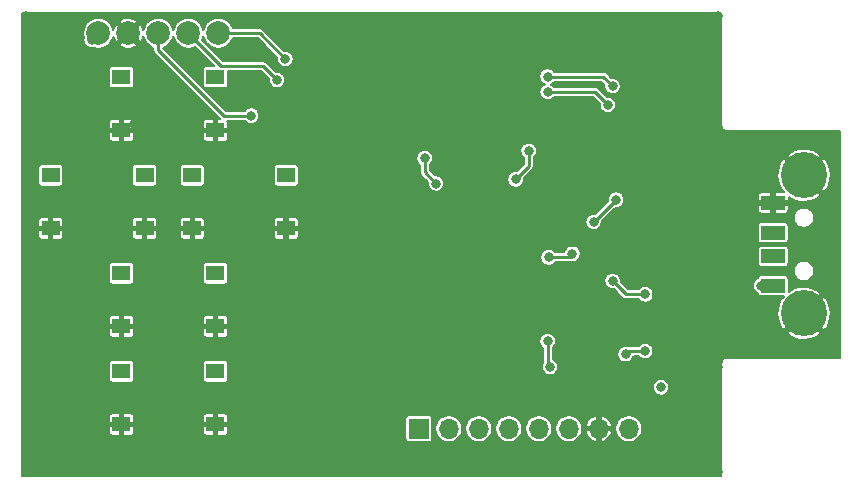
<source format=gbl>
%TF.GenerationSoftware,KiCad,Pcbnew,(5.1.12)-1*%
%TF.CreationDate,2023-03-06T18:53:53+01:00*%
%TF.ProjectId,C4V1,43345631-2e6b-4696-9361-645f70636258,rev?*%
%TF.SameCoordinates,Original*%
%TF.FileFunction,Copper,L2,Bot*%
%TF.FilePolarity,Positive*%
%FSLAX46Y46*%
G04 Gerber Fmt 4.6, Leading zero omitted, Abs format (unit mm)*
G04 Created by KiCad (PCBNEW (5.1.12)-1) date 2023-03-06 18:53:53*
%MOMM*%
%LPD*%
G01*
G04 APERTURE LIST*
%TA.AperFunction,SMDPad,CuDef*%
%ADD10R,1.550000X1.300000*%
%TD*%
%TA.AperFunction,SMDPad,CuDef*%
%ADD11C,2.000000*%
%TD*%
%TA.AperFunction,ComponentPad*%
%ADD12C,3.900000*%
%TD*%
%TA.AperFunction,SMDPad,CuDef*%
%ADD13R,2.000000X1.200000*%
%TD*%
%TA.AperFunction,ComponentPad*%
%ADD14O,1.700000X1.700000*%
%TD*%
%TA.AperFunction,ComponentPad*%
%ADD15R,1.700000X1.700000*%
%TD*%
%TA.AperFunction,ViaPad*%
%ADD16C,0.800000*%
%TD*%
%TA.AperFunction,Conductor*%
%ADD17C,0.250000*%
%TD*%
%TA.AperFunction,Conductor*%
%ADD18C,0.200000*%
%TD*%
%TA.AperFunction,Conductor*%
%ADD19C,0.100000*%
%TD*%
G04 APERTURE END LIST*
D10*
X67825000Y-114650000D03*
X67825000Y-110150000D03*
X75775000Y-110150000D03*
X75775000Y-114650000D03*
X61825000Y-122950000D03*
X61825000Y-118450000D03*
X69775000Y-118450000D03*
X69775000Y-122950000D03*
D11*
X70020000Y-98120000D03*
X67480000Y-98120000D03*
X64940000Y-98120000D03*
X62400000Y-98120000D03*
X59860000Y-98120000D03*
D12*
X119600000Y-110150000D03*
X119600000Y-121850000D03*
D13*
X117000000Y-112500000D03*
X117000000Y-115000000D03*
X117000000Y-117000000D03*
X117000000Y-119500000D03*
D10*
X61825000Y-131250000D03*
X61825000Y-126750000D03*
X69775000Y-126750000D03*
X69775000Y-131250000D03*
X55825000Y-114650000D03*
X55825000Y-110150000D03*
X63775000Y-110150000D03*
X63775000Y-114650000D03*
X61825000Y-106350000D03*
X61825000Y-101850000D03*
X69775000Y-101850000D03*
X69775000Y-106350000D03*
D14*
X104780000Y-131600000D03*
X102240000Y-131600000D03*
X99700000Y-131600000D03*
X97160000Y-131600000D03*
X94620000Y-131600000D03*
X92080000Y-131600000D03*
X89540000Y-131600000D03*
D15*
X87000000Y-131600000D03*
D16*
X108710000Y-99020000D03*
X94770000Y-104830000D03*
X116000000Y-119500000D03*
X116800000Y-119500000D03*
X117000000Y-117000000D03*
X117000000Y-115000000D03*
X76200000Y-112100000D03*
X69800000Y-126700000D03*
X61800000Y-126700000D03*
X69800000Y-118400000D03*
X61800000Y-118400000D03*
X67700000Y-110100000D03*
X75800000Y-110100000D03*
X63800000Y-110200000D03*
X55800000Y-110200000D03*
X61900000Y-101900000D03*
X84100000Y-112300000D03*
X100000000Y-111500000D03*
X100000000Y-109100000D03*
X108700000Y-121500000D03*
X98200000Y-104900000D03*
X96500000Y-106900000D03*
X69900000Y-101900000D03*
X100500000Y-114100000D03*
X109500000Y-119800000D03*
X109500000Y-118500000D03*
X101700000Y-119000000D03*
X101900000Y-124900000D03*
X104500000Y-125300000D03*
X94100000Y-108400000D03*
X92200000Y-110600000D03*
X92600000Y-112000000D03*
X94500000Y-112900000D03*
X95200000Y-110500000D03*
X107500000Y-128100000D03*
X104400000Y-128100000D03*
X100000000Y-116800000D03*
X108400000Y-114800000D03*
X103700000Y-113300000D03*
X97600000Y-106700000D03*
X100000000Y-110300000D03*
X88400000Y-125900000D03*
X90800000Y-125200000D03*
X93400000Y-124400000D03*
X97900000Y-121600000D03*
X95200000Y-123700000D03*
X95700000Y-130100000D03*
X70200000Y-108100000D03*
X60600000Y-112200000D03*
X65700000Y-116200000D03*
X63600000Y-121100000D03*
X67600000Y-119400000D03*
X72800000Y-111100000D03*
X122200000Y-125200000D03*
X113300000Y-125300000D03*
X112300000Y-126400000D03*
X112300000Y-135300000D03*
X53700000Y-135300000D03*
X53700000Y-96700000D03*
X112300000Y-96700000D03*
X113200000Y-106800000D03*
X122300000Y-106700000D03*
X111120000Y-119280000D03*
X99700000Y-128500000D03*
X100900000Y-129900000D03*
X105900000Y-128400000D03*
X100300000Y-123900000D03*
X104100000Y-123600000D03*
X100300000Y-122400000D03*
X104300000Y-122400000D03*
X102100000Y-116500000D03*
X100300000Y-118800000D03*
X102500000Y-117700000D03*
X100600000Y-115500000D03*
X90300000Y-116900000D03*
X80200000Y-117800000D03*
X79700000Y-125800000D03*
X80000000Y-132000000D03*
X82700000Y-132400000D03*
X80400000Y-120200000D03*
X83600000Y-120600000D03*
X84500000Y-122500000D03*
X84700000Y-124600000D03*
X84700000Y-127300000D03*
X84700000Y-129900000D03*
X84600000Y-132100000D03*
X93440000Y-105220000D03*
X67450000Y-125820000D03*
X62900000Y-105800000D03*
X65800000Y-104200000D03*
X58300000Y-109200000D03*
X64100000Y-125900000D03*
X70000000Y-114700000D03*
X66700000Y-111800000D03*
X66100000Y-110500000D03*
X65700000Y-128800000D03*
X112200000Y-105500000D03*
X105320000Y-110780000D03*
X106310000Y-110780000D03*
X107300000Y-110800000D03*
X108130000Y-111370000D03*
X104360000Y-108820000D03*
X105370000Y-108820000D03*
X106370000Y-108820000D03*
X107130000Y-108150000D03*
X112390000Y-110330000D03*
X113140000Y-111020000D03*
X113830000Y-111760000D03*
X114530000Y-112490000D03*
X115240000Y-113200000D03*
X110910000Y-111360000D03*
X111640000Y-112070000D03*
X112350000Y-112800000D03*
X113060000Y-113500000D03*
X113770000Y-114210000D03*
X114490000Y-114940000D03*
X115230000Y-115680000D03*
X105950000Y-111960000D03*
X105960000Y-113860000D03*
X105960000Y-115670000D03*
X105990000Y-117540000D03*
X112550000Y-108120000D03*
X113260000Y-108840000D03*
X114000000Y-109590000D03*
X114660000Y-110270000D03*
X115420000Y-110980000D03*
X106890000Y-131190000D03*
X97890000Y-118450000D03*
X97900000Y-115800000D03*
X97900000Y-114800000D03*
X97900000Y-113800000D03*
X57740000Y-124520000D03*
X61890000Y-128910000D03*
X64760000Y-131940000D03*
X59860000Y-98120000D03*
X59305000Y-98675000D03*
X117600000Y-119500000D03*
X103700000Y-112220000D03*
X106164990Y-125035010D03*
X103400000Y-119090000D03*
X106164990Y-120235010D03*
X101790000Y-114110000D03*
X96300000Y-108080000D03*
X97900000Y-124200000D03*
X98100004Y-126400000D03*
X98000000Y-117100000D03*
X87500000Y-108700000D03*
X88450000Y-110850000D03*
X72800000Y-105100000D03*
X97900000Y-101800000D03*
X103400000Y-102600000D03*
X97900000Y-103100000D03*
X75000000Y-102100000D03*
X103000000Y-104200000D03*
X75700000Y-100300000D03*
D17*
X104764990Y-125035010D02*
X104500000Y-125300000D01*
X106164990Y-125035010D02*
X104764990Y-125035010D01*
X104545010Y-120235010D02*
X103400000Y-119090000D01*
X106164990Y-120235010D02*
X104545010Y-120235010D01*
X103680000Y-112220000D02*
X103700000Y-112220000D01*
X101790000Y-114110000D02*
X103680000Y-112220000D01*
X96300000Y-109400000D02*
X95200000Y-110500000D01*
X96300000Y-108080000D02*
X96300000Y-109400000D01*
X97900000Y-124200000D02*
X97900000Y-126199996D01*
X97900000Y-126199996D02*
X98100004Y-126400000D01*
X99700000Y-117100000D02*
X100000000Y-116800000D01*
X98000000Y-117100000D02*
X99700000Y-117100000D01*
X87500000Y-108700000D02*
X87500000Y-109900000D01*
X87500000Y-109900000D02*
X88450000Y-110850000D01*
X64940000Y-99534213D02*
X70505787Y-105100000D01*
X64940000Y-98120000D02*
X64940000Y-99534213D01*
X70505787Y-105100000D02*
X72800000Y-105100000D01*
X72800000Y-105100000D02*
X72800000Y-105100000D01*
X97900000Y-101800000D02*
X102600000Y-101800000D01*
X102600000Y-101800000D02*
X103400000Y-102600000D01*
X103400000Y-102600000D02*
X103400000Y-102600000D01*
X73774999Y-100874999D02*
X75000000Y-102100000D01*
X67480000Y-98120000D02*
X70234999Y-100874999D01*
X70234999Y-100874999D02*
X73774999Y-100874999D01*
X101900000Y-103100000D02*
X103000000Y-104200000D01*
X97900000Y-103100000D02*
X101900000Y-103100000D01*
X73520000Y-98120000D02*
X75700000Y-100300000D01*
X70020000Y-98120000D02*
X73520000Y-98120000D01*
D18*
X112625000Y-105981581D02*
X112623186Y-106000000D01*
X112630426Y-106073513D01*
X112651869Y-106144200D01*
X112686691Y-106209347D01*
X112733552Y-106266448D01*
X112790653Y-106313309D01*
X112855800Y-106348131D01*
X112926487Y-106369574D01*
X113000000Y-106376814D01*
X113018419Y-106375000D01*
X122625001Y-106375000D01*
X122625000Y-125625000D01*
X113018419Y-125625000D01*
X113000000Y-125623186D01*
X112981581Y-125625000D01*
X112926487Y-125630426D01*
X112855800Y-125651869D01*
X112790653Y-125686691D01*
X112733552Y-125733552D01*
X112686691Y-125790653D01*
X112651869Y-125855800D01*
X112630426Y-125926487D01*
X112623186Y-126000000D01*
X112625001Y-126018429D01*
X112625000Y-135625000D01*
X53375000Y-135625000D01*
X53375000Y-131900000D01*
X60748548Y-131900000D01*
X60754340Y-131958810D01*
X60771495Y-132015361D01*
X60799352Y-132067478D01*
X60836841Y-132113159D01*
X60882522Y-132150648D01*
X60934639Y-132178505D01*
X60991190Y-132195660D01*
X61050000Y-132201452D01*
X61596000Y-132200000D01*
X61671000Y-132125000D01*
X61671000Y-131404000D01*
X61979000Y-131404000D01*
X61979000Y-132125000D01*
X62054000Y-132200000D01*
X62600000Y-132201452D01*
X62658810Y-132195660D01*
X62715361Y-132178505D01*
X62767478Y-132150648D01*
X62813159Y-132113159D01*
X62850648Y-132067478D01*
X62878505Y-132015361D01*
X62895660Y-131958810D01*
X62901452Y-131900000D01*
X68698548Y-131900000D01*
X68704340Y-131958810D01*
X68721495Y-132015361D01*
X68749352Y-132067478D01*
X68786841Y-132113159D01*
X68832522Y-132150648D01*
X68884639Y-132178505D01*
X68941190Y-132195660D01*
X69000000Y-132201452D01*
X69546000Y-132200000D01*
X69621000Y-132125000D01*
X69621000Y-131404000D01*
X69929000Y-131404000D01*
X69929000Y-132125000D01*
X70004000Y-132200000D01*
X70550000Y-132201452D01*
X70608810Y-132195660D01*
X70665361Y-132178505D01*
X70717478Y-132150648D01*
X70763159Y-132113159D01*
X70800648Y-132067478D01*
X70828505Y-132015361D01*
X70845660Y-131958810D01*
X70851452Y-131900000D01*
X70850000Y-131479000D01*
X70775000Y-131404000D01*
X69929000Y-131404000D01*
X69621000Y-131404000D01*
X68775000Y-131404000D01*
X68700000Y-131479000D01*
X68698548Y-131900000D01*
X62901452Y-131900000D01*
X62900000Y-131479000D01*
X62825000Y-131404000D01*
X61979000Y-131404000D01*
X61671000Y-131404000D01*
X60825000Y-131404000D01*
X60750000Y-131479000D01*
X60748548Y-131900000D01*
X53375000Y-131900000D01*
X53375000Y-130600000D01*
X60748548Y-130600000D01*
X60750000Y-131021000D01*
X60825000Y-131096000D01*
X61671000Y-131096000D01*
X61671000Y-130375000D01*
X61979000Y-130375000D01*
X61979000Y-131096000D01*
X62825000Y-131096000D01*
X62900000Y-131021000D01*
X62901452Y-130600000D01*
X68698548Y-130600000D01*
X68700000Y-131021000D01*
X68775000Y-131096000D01*
X69621000Y-131096000D01*
X69621000Y-130375000D01*
X69929000Y-130375000D01*
X69929000Y-131096000D01*
X70775000Y-131096000D01*
X70850000Y-131021000D01*
X70850934Y-130750000D01*
X85848549Y-130750000D01*
X85848549Y-132450000D01*
X85854341Y-132508810D01*
X85871496Y-132565360D01*
X85899353Y-132617477D01*
X85936842Y-132663158D01*
X85982523Y-132700647D01*
X86034640Y-132728504D01*
X86091190Y-132745659D01*
X86150000Y-132751451D01*
X87850000Y-132751451D01*
X87908810Y-132745659D01*
X87965360Y-132728504D01*
X88017477Y-132700647D01*
X88063158Y-132663158D01*
X88100647Y-132617477D01*
X88128504Y-132565360D01*
X88145659Y-132508810D01*
X88151451Y-132450000D01*
X88151451Y-131486735D01*
X88390000Y-131486735D01*
X88390000Y-131713265D01*
X88434194Y-131935443D01*
X88520884Y-132144729D01*
X88646737Y-132333082D01*
X88806918Y-132493263D01*
X88995271Y-132619116D01*
X89204557Y-132705806D01*
X89426735Y-132750000D01*
X89653265Y-132750000D01*
X89875443Y-132705806D01*
X90084729Y-132619116D01*
X90273082Y-132493263D01*
X90433263Y-132333082D01*
X90559116Y-132144729D01*
X90645806Y-131935443D01*
X90690000Y-131713265D01*
X90690000Y-131486735D01*
X90930000Y-131486735D01*
X90930000Y-131713265D01*
X90974194Y-131935443D01*
X91060884Y-132144729D01*
X91186737Y-132333082D01*
X91346918Y-132493263D01*
X91535271Y-132619116D01*
X91744557Y-132705806D01*
X91966735Y-132750000D01*
X92193265Y-132750000D01*
X92415443Y-132705806D01*
X92624729Y-132619116D01*
X92813082Y-132493263D01*
X92973263Y-132333082D01*
X93099116Y-132144729D01*
X93185806Y-131935443D01*
X93230000Y-131713265D01*
X93230000Y-131486735D01*
X93470000Y-131486735D01*
X93470000Y-131713265D01*
X93514194Y-131935443D01*
X93600884Y-132144729D01*
X93726737Y-132333082D01*
X93886918Y-132493263D01*
X94075271Y-132619116D01*
X94284557Y-132705806D01*
X94506735Y-132750000D01*
X94733265Y-132750000D01*
X94955443Y-132705806D01*
X95164729Y-132619116D01*
X95353082Y-132493263D01*
X95513263Y-132333082D01*
X95639116Y-132144729D01*
X95725806Y-131935443D01*
X95770000Y-131713265D01*
X95770000Y-131486735D01*
X96010000Y-131486735D01*
X96010000Y-131713265D01*
X96054194Y-131935443D01*
X96140884Y-132144729D01*
X96266737Y-132333082D01*
X96426918Y-132493263D01*
X96615271Y-132619116D01*
X96824557Y-132705806D01*
X97046735Y-132750000D01*
X97273265Y-132750000D01*
X97495443Y-132705806D01*
X97704729Y-132619116D01*
X97893082Y-132493263D01*
X98053263Y-132333082D01*
X98179116Y-132144729D01*
X98265806Y-131935443D01*
X98310000Y-131713265D01*
X98310000Y-131486735D01*
X98550000Y-131486735D01*
X98550000Y-131713265D01*
X98594194Y-131935443D01*
X98680884Y-132144729D01*
X98806737Y-132333082D01*
X98966918Y-132493263D01*
X99155271Y-132619116D01*
X99364557Y-132705806D01*
X99586735Y-132750000D01*
X99813265Y-132750000D01*
X100035443Y-132705806D01*
X100244729Y-132619116D01*
X100433082Y-132493263D01*
X100593263Y-132333082D01*
X100719116Y-132144729D01*
X100805806Y-131935443D01*
X100806812Y-131930385D01*
X101138472Y-131930385D01*
X101224092Y-132138934D01*
X101348753Y-132326772D01*
X101507664Y-132486681D01*
X101694719Y-132612515D01*
X101902728Y-132699439D01*
X101909617Y-132701520D01*
X102086000Y-132663912D01*
X102086000Y-131754000D01*
X102394000Y-131754000D01*
X102394000Y-132663912D01*
X102570383Y-132701520D01*
X102577272Y-132699439D01*
X102785281Y-132612515D01*
X102972336Y-132486681D01*
X103131247Y-132326772D01*
X103255908Y-132138934D01*
X103341528Y-131930385D01*
X103304650Y-131754000D01*
X102394000Y-131754000D01*
X102086000Y-131754000D01*
X101175350Y-131754000D01*
X101138472Y-131930385D01*
X100806812Y-131930385D01*
X100850000Y-131713265D01*
X100850000Y-131486735D01*
X103630000Y-131486735D01*
X103630000Y-131713265D01*
X103674194Y-131935443D01*
X103760884Y-132144729D01*
X103886737Y-132333082D01*
X104046918Y-132493263D01*
X104235271Y-132619116D01*
X104444557Y-132705806D01*
X104666735Y-132750000D01*
X104893265Y-132750000D01*
X105115443Y-132705806D01*
X105324729Y-132619116D01*
X105513082Y-132493263D01*
X105673263Y-132333082D01*
X105799116Y-132144729D01*
X105885806Y-131935443D01*
X105930000Y-131713265D01*
X105930000Y-131486735D01*
X105885806Y-131264557D01*
X105799116Y-131055271D01*
X105673263Y-130866918D01*
X105513082Y-130706737D01*
X105324729Y-130580884D01*
X105115443Y-130494194D01*
X104893265Y-130450000D01*
X104666735Y-130450000D01*
X104444557Y-130494194D01*
X104235271Y-130580884D01*
X104046918Y-130706737D01*
X103886737Y-130866918D01*
X103760884Y-131055271D01*
X103674194Y-131264557D01*
X103630000Y-131486735D01*
X100850000Y-131486735D01*
X100806813Y-131269615D01*
X101138472Y-131269615D01*
X101175350Y-131446000D01*
X102086000Y-131446000D01*
X102086000Y-130536088D01*
X102394000Y-130536088D01*
X102394000Y-131446000D01*
X103304650Y-131446000D01*
X103341528Y-131269615D01*
X103255908Y-131061066D01*
X103131247Y-130873228D01*
X102972336Y-130713319D01*
X102785281Y-130587485D01*
X102577272Y-130500561D01*
X102570383Y-130498480D01*
X102394000Y-130536088D01*
X102086000Y-130536088D01*
X101909617Y-130498480D01*
X101902728Y-130500561D01*
X101694719Y-130587485D01*
X101507664Y-130713319D01*
X101348753Y-130873228D01*
X101224092Y-131061066D01*
X101138472Y-131269615D01*
X100806813Y-131269615D01*
X100805806Y-131264557D01*
X100719116Y-131055271D01*
X100593263Y-130866918D01*
X100433082Y-130706737D01*
X100244729Y-130580884D01*
X100035443Y-130494194D01*
X99813265Y-130450000D01*
X99586735Y-130450000D01*
X99364557Y-130494194D01*
X99155271Y-130580884D01*
X98966918Y-130706737D01*
X98806737Y-130866918D01*
X98680884Y-131055271D01*
X98594194Y-131264557D01*
X98550000Y-131486735D01*
X98310000Y-131486735D01*
X98265806Y-131264557D01*
X98179116Y-131055271D01*
X98053263Y-130866918D01*
X97893082Y-130706737D01*
X97704729Y-130580884D01*
X97495443Y-130494194D01*
X97273265Y-130450000D01*
X97046735Y-130450000D01*
X96824557Y-130494194D01*
X96615271Y-130580884D01*
X96426918Y-130706737D01*
X96266737Y-130866918D01*
X96140884Y-131055271D01*
X96054194Y-131264557D01*
X96010000Y-131486735D01*
X95770000Y-131486735D01*
X95725806Y-131264557D01*
X95639116Y-131055271D01*
X95513263Y-130866918D01*
X95353082Y-130706737D01*
X95164729Y-130580884D01*
X94955443Y-130494194D01*
X94733265Y-130450000D01*
X94506735Y-130450000D01*
X94284557Y-130494194D01*
X94075271Y-130580884D01*
X93886918Y-130706737D01*
X93726737Y-130866918D01*
X93600884Y-131055271D01*
X93514194Y-131264557D01*
X93470000Y-131486735D01*
X93230000Y-131486735D01*
X93185806Y-131264557D01*
X93099116Y-131055271D01*
X92973263Y-130866918D01*
X92813082Y-130706737D01*
X92624729Y-130580884D01*
X92415443Y-130494194D01*
X92193265Y-130450000D01*
X91966735Y-130450000D01*
X91744557Y-130494194D01*
X91535271Y-130580884D01*
X91346918Y-130706737D01*
X91186737Y-130866918D01*
X91060884Y-131055271D01*
X90974194Y-131264557D01*
X90930000Y-131486735D01*
X90690000Y-131486735D01*
X90645806Y-131264557D01*
X90559116Y-131055271D01*
X90433263Y-130866918D01*
X90273082Y-130706737D01*
X90084729Y-130580884D01*
X89875443Y-130494194D01*
X89653265Y-130450000D01*
X89426735Y-130450000D01*
X89204557Y-130494194D01*
X88995271Y-130580884D01*
X88806918Y-130706737D01*
X88646737Y-130866918D01*
X88520884Y-131055271D01*
X88434194Y-131264557D01*
X88390000Y-131486735D01*
X88151451Y-131486735D01*
X88151451Y-130750000D01*
X88145659Y-130691190D01*
X88128504Y-130634640D01*
X88100647Y-130582523D01*
X88063158Y-130536842D01*
X88017477Y-130499353D01*
X87965360Y-130471496D01*
X87908810Y-130454341D01*
X87850000Y-130448549D01*
X86150000Y-130448549D01*
X86091190Y-130454341D01*
X86034640Y-130471496D01*
X85982523Y-130499353D01*
X85936842Y-130536842D01*
X85899353Y-130582523D01*
X85871496Y-130634640D01*
X85854341Y-130691190D01*
X85848549Y-130750000D01*
X70850934Y-130750000D01*
X70851452Y-130600000D01*
X70845660Y-130541190D01*
X70828505Y-130484639D01*
X70800648Y-130432522D01*
X70763159Y-130386841D01*
X70717478Y-130349352D01*
X70665361Y-130321495D01*
X70608810Y-130304340D01*
X70550000Y-130298548D01*
X70004000Y-130300000D01*
X69929000Y-130375000D01*
X69621000Y-130375000D01*
X69546000Y-130300000D01*
X69000000Y-130298548D01*
X68941190Y-130304340D01*
X68884639Y-130321495D01*
X68832522Y-130349352D01*
X68786841Y-130386841D01*
X68749352Y-130432522D01*
X68721495Y-130484639D01*
X68704340Y-130541190D01*
X68698548Y-130600000D01*
X62901452Y-130600000D01*
X62895660Y-130541190D01*
X62878505Y-130484639D01*
X62850648Y-130432522D01*
X62813159Y-130386841D01*
X62767478Y-130349352D01*
X62715361Y-130321495D01*
X62658810Y-130304340D01*
X62600000Y-130298548D01*
X62054000Y-130300000D01*
X61979000Y-130375000D01*
X61671000Y-130375000D01*
X61596000Y-130300000D01*
X61050000Y-130298548D01*
X60991190Y-130304340D01*
X60934639Y-130321495D01*
X60882522Y-130349352D01*
X60836841Y-130386841D01*
X60799352Y-130432522D01*
X60771495Y-130484639D01*
X60754340Y-130541190D01*
X60748548Y-130600000D01*
X53375000Y-130600000D01*
X53375000Y-128031056D01*
X106800000Y-128031056D01*
X106800000Y-128168944D01*
X106826901Y-128304182D01*
X106879668Y-128431574D01*
X106956274Y-128546224D01*
X107053776Y-128643726D01*
X107168426Y-128720332D01*
X107295818Y-128773099D01*
X107431056Y-128800000D01*
X107568944Y-128800000D01*
X107704182Y-128773099D01*
X107831574Y-128720332D01*
X107946224Y-128643726D01*
X108043726Y-128546224D01*
X108120332Y-128431574D01*
X108173099Y-128304182D01*
X108200000Y-128168944D01*
X108200000Y-128031056D01*
X108173099Y-127895818D01*
X108120332Y-127768426D01*
X108043726Y-127653776D01*
X107946224Y-127556274D01*
X107831574Y-127479668D01*
X107704182Y-127426901D01*
X107568944Y-127400000D01*
X107431056Y-127400000D01*
X107295818Y-127426901D01*
X107168426Y-127479668D01*
X107053776Y-127556274D01*
X106956274Y-127653776D01*
X106879668Y-127768426D01*
X106826901Y-127895818D01*
X106800000Y-128031056D01*
X53375000Y-128031056D01*
X53375000Y-126100000D01*
X60748549Y-126100000D01*
X60748549Y-127400000D01*
X60754341Y-127458810D01*
X60771496Y-127515360D01*
X60799353Y-127567477D01*
X60836842Y-127613158D01*
X60882523Y-127650647D01*
X60934640Y-127678504D01*
X60991190Y-127695659D01*
X61050000Y-127701451D01*
X62600000Y-127701451D01*
X62658810Y-127695659D01*
X62715360Y-127678504D01*
X62767477Y-127650647D01*
X62813158Y-127613158D01*
X62850647Y-127567477D01*
X62878504Y-127515360D01*
X62895659Y-127458810D01*
X62901451Y-127400000D01*
X62901451Y-126100000D01*
X68698549Y-126100000D01*
X68698549Y-127400000D01*
X68704341Y-127458810D01*
X68721496Y-127515360D01*
X68749353Y-127567477D01*
X68786842Y-127613158D01*
X68832523Y-127650647D01*
X68884640Y-127678504D01*
X68941190Y-127695659D01*
X69000000Y-127701451D01*
X70550000Y-127701451D01*
X70608810Y-127695659D01*
X70665360Y-127678504D01*
X70717477Y-127650647D01*
X70763158Y-127613158D01*
X70800647Y-127567477D01*
X70828504Y-127515360D01*
X70845659Y-127458810D01*
X70851451Y-127400000D01*
X70851451Y-126100000D01*
X70845659Y-126041190D01*
X70828504Y-125984640D01*
X70800647Y-125932523D01*
X70763158Y-125886842D01*
X70717477Y-125849353D01*
X70665360Y-125821496D01*
X70608810Y-125804341D01*
X70550000Y-125798549D01*
X69000000Y-125798549D01*
X68941190Y-125804341D01*
X68884640Y-125821496D01*
X68832523Y-125849353D01*
X68786842Y-125886842D01*
X68749353Y-125932523D01*
X68721496Y-125984640D01*
X68704341Y-126041190D01*
X68698549Y-126100000D01*
X62901451Y-126100000D01*
X62895659Y-126041190D01*
X62878504Y-125984640D01*
X62850647Y-125932523D01*
X62813158Y-125886842D01*
X62767477Y-125849353D01*
X62715360Y-125821496D01*
X62658810Y-125804341D01*
X62600000Y-125798549D01*
X61050000Y-125798549D01*
X60991190Y-125804341D01*
X60934640Y-125821496D01*
X60882523Y-125849353D01*
X60836842Y-125886842D01*
X60799353Y-125932523D01*
X60771496Y-125984640D01*
X60754341Y-126041190D01*
X60748549Y-126100000D01*
X53375000Y-126100000D01*
X53375000Y-124131056D01*
X97200000Y-124131056D01*
X97200000Y-124268944D01*
X97226901Y-124404182D01*
X97279668Y-124531574D01*
X97356274Y-124646224D01*
X97453776Y-124743726D01*
X97475000Y-124757907D01*
X97475001Y-126079703D01*
X97426905Y-126195818D01*
X97400004Y-126331056D01*
X97400004Y-126468944D01*
X97426905Y-126604182D01*
X97479672Y-126731574D01*
X97556278Y-126846224D01*
X97653780Y-126943726D01*
X97768430Y-127020332D01*
X97895822Y-127073099D01*
X98031060Y-127100000D01*
X98168948Y-127100000D01*
X98304186Y-127073099D01*
X98431578Y-127020332D01*
X98546228Y-126943726D01*
X98643730Y-126846224D01*
X98720336Y-126731574D01*
X98773103Y-126604182D01*
X98800004Y-126468944D01*
X98800004Y-126331056D01*
X98773103Y-126195818D01*
X98720336Y-126068426D01*
X98643730Y-125953776D01*
X98546228Y-125856274D01*
X98431578Y-125779668D01*
X98325000Y-125735522D01*
X98325000Y-125231056D01*
X103800000Y-125231056D01*
X103800000Y-125368944D01*
X103826901Y-125504182D01*
X103879668Y-125631574D01*
X103956274Y-125746224D01*
X104053776Y-125843726D01*
X104168426Y-125920332D01*
X104295818Y-125973099D01*
X104431056Y-126000000D01*
X104568944Y-126000000D01*
X104704182Y-125973099D01*
X104831574Y-125920332D01*
X104946224Y-125843726D01*
X105043726Y-125746224D01*
X105120332Y-125631574D01*
X105173099Y-125504182D01*
X105181886Y-125460010D01*
X105607083Y-125460010D01*
X105621264Y-125481234D01*
X105718766Y-125578736D01*
X105833416Y-125655342D01*
X105960808Y-125708109D01*
X106096046Y-125735010D01*
X106233934Y-125735010D01*
X106369172Y-125708109D01*
X106496564Y-125655342D01*
X106611214Y-125578736D01*
X106708716Y-125481234D01*
X106785322Y-125366584D01*
X106838089Y-125239192D01*
X106864990Y-125103954D01*
X106864990Y-124966066D01*
X106838089Y-124830828D01*
X106785322Y-124703436D01*
X106708716Y-124588786D01*
X106611214Y-124491284D01*
X106496564Y-124414678D01*
X106369172Y-124361911D01*
X106233934Y-124335010D01*
X106096046Y-124335010D01*
X105960808Y-124361911D01*
X105833416Y-124414678D01*
X105718766Y-124491284D01*
X105621264Y-124588786D01*
X105607083Y-124610010D01*
X104785856Y-124610010D01*
X104764989Y-124607955D01*
X104744122Y-124610010D01*
X104744116Y-124610010D01*
X104690088Y-124615331D01*
X104681675Y-124616160D01*
X104669204Y-124619943D01*
X104568944Y-124600000D01*
X104431056Y-124600000D01*
X104295818Y-124626901D01*
X104168426Y-124679668D01*
X104053776Y-124756274D01*
X103956274Y-124853776D01*
X103879668Y-124968426D01*
X103826901Y-125095818D01*
X103800000Y-125231056D01*
X98325000Y-125231056D01*
X98325000Y-124757907D01*
X98346224Y-124743726D01*
X98443726Y-124646224D01*
X98520332Y-124531574D01*
X98573099Y-124404182D01*
X98600000Y-124268944D01*
X98600000Y-124131056D01*
X98573099Y-123995818D01*
X98520332Y-123868426D01*
X98443726Y-123753776D01*
X98346224Y-123656274D01*
X98231574Y-123579668D01*
X98104182Y-123526901D01*
X97972509Y-123500709D01*
X118167080Y-123500709D01*
X118398759Y-123765366D01*
X118795510Y-123962914D01*
X119223177Y-124079263D01*
X119665325Y-124109943D01*
X120104963Y-124053775D01*
X120525195Y-123912916D01*
X120801241Y-123765366D01*
X121032920Y-123500709D01*
X119600000Y-122067789D01*
X118167080Y-123500709D01*
X97972509Y-123500709D01*
X97968944Y-123500000D01*
X97831056Y-123500000D01*
X97695818Y-123526901D01*
X97568426Y-123579668D01*
X97453776Y-123656274D01*
X97356274Y-123753776D01*
X97279668Y-123868426D01*
X97226901Y-123995818D01*
X97200000Y-124131056D01*
X53375000Y-124131056D01*
X53375000Y-123600000D01*
X60748548Y-123600000D01*
X60754340Y-123658810D01*
X60771495Y-123715361D01*
X60799352Y-123767478D01*
X60836841Y-123813159D01*
X60882522Y-123850648D01*
X60934639Y-123878505D01*
X60991190Y-123895660D01*
X61050000Y-123901452D01*
X61596000Y-123900000D01*
X61671000Y-123825000D01*
X61671000Y-123104000D01*
X61979000Y-123104000D01*
X61979000Y-123825000D01*
X62054000Y-123900000D01*
X62600000Y-123901452D01*
X62658810Y-123895660D01*
X62715361Y-123878505D01*
X62767478Y-123850648D01*
X62813159Y-123813159D01*
X62850648Y-123767478D01*
X62878505Y-123715361D01*
X62895660Y-123658810D01*
X62901452Y-123600000D01*
X68698548Y-123600000D01*
X68704340Y-123658810D01*
X68721495Y-123715361D01*
X68749352Y-123767478D01*
X68786841Y-123813159D01*
X68832522Y-123850648D01*
X68884639Y-123878505D01*
X68941190Y-123895660D01*
X69000000Y-123901452D01*
X69546000Y-123900000D01*
X69621000Y-123825000D01*
X69621000Y-123104000D01*
X69929000Y-123104000D01*
X69929000Y-123825000D01*
X70004000Y-123900000D01*
X70550000Y-123901452D01*
X70608810Y-123895660D01*
X70665361Y-123878505D01*
X70717478Y-123850648D01*
X70763159Y-123813159D01*
X70800648Y-123767478D01*
X70828505Y-123715361D01*
X70845660Y-123658810D01*
X70851452Y-123600000D01*
X70850000Y-123179000D01*
X70775000Y-123104000D01*
X69929000Y-123104000D01*
X69621000Y-123104000D01*
X68775000Y-123104000D01*
X68700000Y-123179000D01*
X68698548Y-123600000D01*
X62901452Y-123600000D01*
X62900000Y-123179000D01*
X62825000Y-123104000D01*
X61979000Y-123104000D01*
X61671000Y-123104000D01*
X60825000Y-123104000D01*
X60750000Y-123179000D01*
X60748548Y-123600000D01*
X53375000Y-123600000D01*
X53375000Y-122300000D01*
X60748548Y-122300000D01*
X60750000Y-122721000D01*
X60825000Y-122796000D01*
X61671000Y-122796000D01*
X61671000Y-122075000D01*
X61979000Y-122075000D01*
X61979000Y-122796000D01*
X62825000Y-122796000D01*
X62900000Y-122721000D01*
X62901452Y-122300000D01*
X68698548Y-122300000D01*
X68700000Y-122721000D01*
X68775000Y-122796000D01*
X69621000Y-122796000D01*
X69621000Y-122075000D01*
X69929000Y-122075000D01*
X69929000Y-122796000D01*
X70775000Y-122796000D01*
X70850000Y-122721000D01*
X70851452Y-122300000D01*
X70845660Y-122241190D01*
X70828505Y-122184639D01*
X70800648Y-122132522D01*
X70763159Y-122086841D01*
X70717478Y-122049352D01*
X70665361Y-122021495D01*
X70608810Y-122004340D01*
X70550000Y-121998548D01*
X70004000Y-122000000D01*
X69929000Y-122075000D01*
X69621000Y-122075000D01*
X69546000Y-122000000D01*
X69000000Y-121998548D01*
X68941190Y-122004340D01*
X68884639Y-122021495D01*
X68832522Y-122049352D01*
X68786841Y-122086841D01*
X68749352Y-122132522D01*
X68721495Y-122184639D01*
X68704340Y-122241190D01*
X68698548Y-122300000D01*
X62901452Y-122300000D01*
X62895660Y-122241190D01*
X62878505Y-122184639D01*
X62850648Y-122132522D01*
X62813159Y-122086841D01*
X62767478Y-122049352D01*
X62715361Y-122021495D01*
X62658810Y-122004340D01*
X62600000Y-121998548D01*
X62054000Y-122000000D01*
X61979000Y-122075000D01*
X61671000Y-122075000D01*
X61596000Y-122000000D01*
X61050000Y-121998548D01*
X60991190Y-122004340D01*
X60934639Y-122021495D01*
X60882522Y-122049352D01*
X60836841Y-122086841D01*
X60799352Y-122132522D01*
X60771495Y-122184639D01*
X60754340Y-122241190D01*
X60748548Y-122300000D01*
X53375000Y-122300000D01*
X53375000Y-117800000D01*
X60748549Y-117800000D01*
X60748549Y-119100000D01*
X60754341Y-119158810D01*
X60771496Y-119215360D01*
X60799353Y-119267477D01*
X60836842Y-119313158D01*
X60882523Y-119350647D01*
X60934640Y-119378504D01*
X60991190Y-119395659D01*
X61050000Y-119401451D01*
X62600000Y-119401451D01*
X62658810Y-119395659D01*
X62715360Y-119378504D01*
X62767477Y-119350647D01*
X62813158Y-119313158D01*
X62850647Y-119267477D01*
X62878504Y-119215360D01*
X62895659Y-119158810D01*
X62901451Y-119100000D01*
X62901451Y-117800000D01*
X68698549Y-117800000D01*
X68698549Y-119100000D01*
X68704341Y-119158810D01*
X68721496Y-119215360D01*
X68749353Y-119267477D01*
X68786842Y-119313158D01*
X68832523Y-119350647D01*
X68884640Y-119378504D01*
X68941190Y-119395659D01*
X69000000Y-119401451D01*
X70550000Y-119401451D01*
X70608810Y-119395659D01*
X70665360Y-119378504D01*
X70717477Y-119350647D01*
X70763158Y-119313158D01*
X70800647Y-119267477D01*
X70828504Y-119215360D01*
X70845659Y-119158810D01*
X70851451Y-119100000D01*
X70851451Y-119021056D01*
X102700000Y-119021056D01*
X102700000Y-119158944D01*
X102726901Y-119294182D01*
X102779668Y-119421574D01*
X102856274Y-119536224D01*
X102953776Y-119633726D01*
X103068426Y-119710332D01*
X103195818Y-119763099D01*
X103331056Y-119790000D01*
X103468944Y-119790000D01*
X103493980Y-119785020D01*
X104229731Y-120520772D01*
X104243036Y-120536984D01*
X104307750Y-120590094D01*
X104381583Y-120629558D01*
X104461696Y-120653860D01*
X104524136Y-120660010D01*
X104524143Y-120660010D01*
X104545010Y-120662065D01*
X104565877Y-120660010D01*
X105607083Y-120660010D01*
X105621264Y-120681234D01*
X105718766Y-120778736D01*
X105833416Y-120855342D01*
X105960808Y-120908109D01*
X106096046Y-120935010D01*
X106233934Y-120935010D01*
X106369172Y-120908109D01*
X106496564Y-120855342D01*
X106611214Y-120778736D01*
X106708716Y-120681234D01*
X106785322Y-120566584D01*
X106838089Y-120439192D01*
X106864990Y-120303954D01*
X106864990Y-120166066D01*
X106838089Y-120030828D01*
X106785322Y-119903436D01*
X106708716Y-119788786D01*
X106611214Y-119691284D01*
X106496564Y-119614678D01*
X106369172Y-119561911D01*
X106233934Y-119535010D01*
X106096046Y-119535010D01*
X105960808Y-119561911D01*
X105833416Y-119614678D01*
X105718766Y-119691284D01*
X105621264Y-119788786D01*
X105607083Y-119810010D01*
X104721051Y-119810010D01*
X104342097Y-119431056D01*
X115300000Y-119431056D01*
X115300000Y-119568944D01*
X115326901Y-119704182D01*
X115379668Y-119831574D01*
X115456274Y-119946224D01*
X115553776Y-120043726D01*
X115668426Y-120120332D01*
X115701918Y-120134205D01*
X115704341Y-120158810D01*
X115721496Y-120215360D01*
X115749353Y-120267477D01*
X115786842Y-120313158D01*
X115832523Y-120350647D01*
X115884640Y-120378504D01*
X115941190Y-120395659D01*
X116000000Y-120401451D01*
X117933659Y-120401451D01*
X117949289Y-120417081D01*
X117684634Y-120648759D01*
X117487086Y-121045510D01*
X117370737Y-121473177D01*
X117340057Y-121915325D01*
X117396225Y-122354963D01*
X117537084Y-122775195D01*
X117684634Y-123051241D01*
X117949291Y-123282920D01*
X119382211Y-121850000D01*
X119817789Y-121850000D01*
X121250709Y-123282920D01*
X121515366Y-123051241D01*
X121712914Y-122654490D01*
X121829263Y-122226823D01*
X121859943Y-121784675D01*
X121803775Y-121345037D01*
X121662916Y-120924805D01*
X121515366Y-120648759D01*
X121250709Y-120417080D01*
X119817789Y-121850000D01*
X119382211Y-121850000D01*
X119368069Y-121835858D01*
X119585858Y-121618069D01*
X119600000Y-121632211D01*
X121032920Y-120199291D01*
X120801241Y-119934634D01*
X120404490Y-119737086D01*
X119976823Y-119620737D01*
X119534675Y-119590057D01*
X119095037Y-119646225D01*
X118674805Y-119787084D01*
X118398759Y-119934634D01*
X118301451Y-120045793D01*
X118301451Y-118900000D01*
X118295659Y-118841190D01*
X118278504Y-118784640D01*
X118250647Y-118732523D01*
X118213158Y-118686842D01*
X118167477Y-118649353D01*
X118115360Y-118621496D01*
X118058810Y-118604341D01*
X118000000Y-118598549D01*
X116000000Y-118598549D01*
X115941190Y-118604341D01*
X115884640Y-118621496D01*
X115832523Y-118649353D01*
X115786842Y-118686842D01*
X115749353Y-118732523D01*
X115721496Y-118784640D01*
X115704341Y-118841190D01*
X115701918Y-118865795D01*
X115668426Y-118879668D01*
X115553776Y-118956274D01*
X115456274Y-119053776D01*
X115379668Y-119168426D01*
X115326901Y-119295818D01*
X115300000Y-119431056D01*
X104342097Y-119431056D01*
X104095020Y-119183980D01*
X104100000Y-119158944D01*
X104100000Y-119021056D01*
X104073099Y-118885818D01*
X104020332Y-118758426D01*
X103943726Y-118643776D01*
X103846224Y-118546274D01*
X103731574Y-118469668D01*
X103604182Y-118416901D01*
X103468944Y-118390000D01*
X103331056Y-118390000D01*
X103195818Y-118416901D01*
X103068426Y-118469668D01*
X102953776Y-118546274D01*
X102856274Y-118643776D01*
X102779668Y-118758426D01*
X102726901Y-118885818D01*
X102700000Y-119021056D01*
X70851451Y-119021056D01*
X70851451Y-118166282D01*
X118750000Y-118166282D01*
X118750000Y-118333718D01*
X118782665Y-118497936D01*
X118846740Y-118652626D01*
X118939762Y-118791844D01*
X119058156Y-118910238D01*
X119197374Y-119003260D01*
X119352064Y-119067335D01*
X119516282Y-119100000D01*
X119683718Y-119100000D01*
X119847936Y-119067335D01*
X120002626Y-119003260D01*
X120141844Y-118910238D01*
X120260238Y-118791844D01*
X120353260Y-118652626D01*
X120417335Y-118497936D01*
X120450000Y-118333718D01*
X120450000Y-118166282D01*
X120417335Y-118002064D01*
X120353260Y-117847374D01*
X120260238Y-117708156D01*
X120141844Y-117589762D01*
X120002626Y-117496740D01*
X119847936Y-117432665D01*
X119683718Y-117400000D01*
X119516282Y-117400000D01*
X119352064Y-117432665D01*
X119197374Y-117496740D01*
X119058156Y-117589762D01*
X118939762Y-117708156D01*
X118846740Y-117847374D01*
X118782665Y-118002064D01*
X118750000Y-118166282D01*
X70851451Y-118166282D01*
X70851451Y-117800000D01*
X70845659Y-117741190D01*
X70828504Y-117684640D01*
X70800647Y-117632523D01*
X70763158Y-117586842D01*
X70717477Y-117549353D01*
X70665360Y-117521496D01*
X70608810Y-117504341D01*
X70550000Y-117498549D01*
X69000000Y-117498549D01*
X68941190Y-117504341D01*
X68884640Y-117521496D01*
X68832523Y-117549353D01*
X68786842Y-117586842D01*
X68749353Y-117632523D01*
X68721496Y-117684640D01*
X68704341Y-117741190D01*
X68698549Y-117800000D01*
X62901451Y-117800000D01*
X62895659Y-117741190D01*
X62878504Y-117684640D01*
X62850647Y-117632523D01*
X62813158Y-117586842D01*
X62767477Y-117549353D01*
X62715360Y-117521496D01*
X62658810Y-117504341D01*
X62600000Y-117498549D01*
X61050000Y-117498549D01*
X60991190Y-117504341D01*
X60934640Y-117521496D01*
X60882523Y-117549353D01*
X60836842Y-117586842D01*
X60799353Y-117632523D01*
X60771496Y-117684640D01*
X60754341Y-117741190D01*
X60748549Y-117800000D01*
X53375000Y-117800000D01*
X53375000Y-117031056D01*
X97300000Y-117031056D01*
X97300000Y-117168944D01*
X97326901Y-117304182D01*
X97379668Y-117431574D01*
X97456274Y-117546224D01*
X97553776Y-117643726D01*
X97668426Y-117720332D01*
X97795818Y-117773099D01*
X97931056Y-117800000D01*
X98068944Y-117800000D01*
X98204182Y-117773099D01*
X98331574Y-117720332D01*
X98446224Y-117643726D01*
X98543726Y-117546224D01*
X98557907Y-117525000D01*
X99679133Y-117525000D01*
X99700000Y-117527055D01*
X99720867Y-117525000D01*
X99720874Y-117525000D01*
X99783314Y-117518850D01*
X99863427Y-117494548D01*
X99874335Y-117488717D01*
X99931056Y-117500000D01*
X100068944Y-117500000D01*
X100204182Y-117473099D01*
X100331574Y-117420332D01*
X100446224Y-117343726D01*
X100543726Y-117246224D01*
X100620332Y-117131574D01*
X100673099Y-117004182D01*
X100700000Y-116868944D01*
X100700000Y-116731056D01*
X100673099Y-116595818D01*
X100620332Y-116468426D01*
X100574612Y-116400000D01*
X115698549Y-116400000D01*
X115698549Y-117600000D01*
X115704341Y-117658810D01*
X115721496Y-117715360D01*
X115749353Y-117767477D01*
X115786842Y-117813158D01*
X115832523Y-117850647D01*
X115884640Y-117878504D01*
X115941190Y-117895659D01*
X116000000Y-117901451D01*
X118000000Y-117901451D01*
X118058810Y-117895659D01*
X118115360Y-117878504D01*
X118167477Y-117850647D01*
X118213158Y-117813158D01*
X118250647Y-117767477D01*
X118278504Y-117715360D01*
X118295659Y-117658810D01*
X118301451Y-117600000D01*
X118301451Y-116400000D01*
X118295659Y-116341190D01*
X118278504Y-116284640D01*
X118250647Y-116232523D01*
X118213158Y-116186842D01*
X118167477Y-116149353D01*
X118115360Y-116121496D01*
X118058810Y-116104341D01*
X118000000Y-116098549D01*
X116000000Y-116098549D01*
X115941190Y-116104341D01*
X115884640Y-116121496D01*
X115832523Y-116149353D01*
X115786842Y-116186842D01*
X115749353Y-116232523D01*
X115721496Y-116284640D01*
X115704341Y-116341190D01*
X115698549Y-116400000D01*
X100574612Y-116400000D01*
X100543726Y-116353776D01*
X100446224Y-116256274D01*
X100331574Y-116179668D01*
X100204182Y-116126901D01*
X100068944Y-116100000D01*
X99931056Y-116100000D01*
X99795818Y-116126901D01*
X99668426Y-116179668D01*
X99553776Y-116256274D01*
X99456274Y-116353776D01*
X99379668Y-116468426D01*
X99326901Y-116595818D01*
X99311150Y-116675000D01*
X98557907Y-116675000D01*
X98543726Y-116653776D01*
X98446224Y-116556274D01*
X98331574Y-116479668D01*
X98204182Y-116426901D01*
X98068944Y-116400000D01*
X97931056Y-116400000D01*
X97795818Y-116426901D01*
X97668426Y-116479668D01*
X97553776Y-116556274D01*
X97456274Y-116653776D01*
X97379668Y-116768426D01*
X97326901Y-116895818D01*
X97300000Y-117031056D01*
X53375000Y-117031056D01*
X53375000Y-115300000D01*
X54748548Y-115300000D01*
X54754340Y-115358810D01*
X54771495Y-115415361D01*
X54799352Y-115467478D01*
X54836841Y-115513159D01*
X54882522Y-115550648D01*
X54934639Y-115578505D01*
X54991190Y-115595660D01*
X55050000Y-115601452D01*
X55596000Y-115600000D01*
X55671000Y-115525000D01*
X55671000Y-114804000D01*
X55979000Y-114804000D01*
X55979000Y-115525000D01*
X56054000Y-115600000D01*
X56600000Y-115601452D01*
X56658810Y-115595660D01*
X56715361Y-115578505D01*
X56767478Y-115550648D01*
X56813159Y-115513159D01*
X56850648Y-115467478D01*
X56878505Y-115415361D01*
X56895660Y-115358810D01*
X56901452Y-115300000D01*
X62698548Y-115300000D01*
X62704340Y-115358810D01*
X62721495Y-115415361D01*
X62749352Y-115467478D01*
X62786841Y-115513159D01*
X62832522Y-115550648D01*
X62884639Y-115578505D01*
X62941190Y-115595660D01*
X63000000Y-115601452D01*
X63546000Y-115600000D01*
X63621000Y-115525000D01*
X63621000Y-114804000D01*
X63929000Y-114804000D01*
X63929000Y-115525000D01*
X64004000Y-115600000D01*
X64550000Y-115601452D01*
X64608810Y-115595660D01*
X64665361Y-115578505D01*
X64717478Y-115550648D01*
X64763159Y-115513159D01*
X64800648Y-115467478D01*
X64828505Y-115415361D01*
X64845660Y-115358810D01*
X64851452Y-115300000D01*
X66748548Y-115300000D01*
X66754340Y-115358810D01*
X66771495Y-115415361D01*
X66799352Y-115467478D01*
X66836841Y-115513159D01*
X66882522Y-115550648D01*
X66934639Y-115578505D01*
X66991190Y-115595660D01*
X67050000Y-115601452D01*
X67596000Y-115600000D01*
X67671000Y-115525000D01*
X67671000Y-114804000D01*
X67979000Y-114804000D01*
X67979000Y-115525000D01*
X68054000Y-115600000D01*
X68600000Y-115601452D01*
X68658810Y-115595660D01*
X68715361Y-115578505D01*
X68767478Y-115550648D01*
X68813159Y-115513159D01*
X68850648Y-115467478D01*
X68878505Y-115415361D01*
X68895660Y-115358810D01*
X68901452Y-115300000D01*
X74698548Y-115300000D01*
X74704340Y-115358810D01*
X74721495Y-115415361D01*
X74749352Y-115467478D01*
X74786841Y-115513159D01*
X74832522Y-115550648D01*
X74884639Y-115578505D01*
X74941190Y-115595660D01*
X75000000Y-115601452D01*
X75546000Y-115600000D01*
X75621000Y-115525000D01*
X75621000Y-114804000D01*
X75929000Y-114804000D01*
X75929000Y-115525000D01*
X76004000Y-115600000D01*
X76550000Y-115601452D01*
X76608810Y-115595660D01*
X76665361Y-115578505D01*
X76717478Y-115550648D01*
X76763159Y-115513159D01*
X76800648Y-115467478D01*
X76828505Y-115415361D01*
X76845660Y-115358810D01*
X76851452Y-115300000D01*
X76850000Y-114879000D01*
X76775000Y-114804000D01*
X75929000Y-114804000D01*
X75621000Y-114804000D01*
X74775000Y-114804000D01*
X74700000Y-114879000D01*
X74698548Y-115300000D01*
X68901452Y-115300000D01*
X68900000Y-114879000D01*
X68825000Y-114804000D01*
X67979000Y-114804000D01*
X67671000Y-114804000D01*
X66825000Y-114804000D01*
X66750000Y-114879000D01*
X66748548Y-115300000D01*
X64851452Y-115300000D01*
X64850000Y-114879000D01*
X64775000Y-114804000D01*
X63929000Y-114804000D01*
X63621000Y-114804000D01*
X62775000Y-114804000D01*
X62700000Y-114879000D01*
X62698548Y-115300000D01*
X56901452Y-115300000D01*
X56900000Y-114879000D01*
X56825000Y-114804000D01*
X55979000Y-114804000D01*
X55671000Y-114804000D01*
X54825000Y-114804000D01*
X54750000Y-114879000D01*
X54748548Y-115300000D01*
X53375000Y-115300000D01*
X53375000Y-114000000D01*
X54748548Y-114000000D01*
X54750000Y-114421000D01*
X54825000Y-114496000D01*
X55671000Y-114496000D01*
X55671000Y-113775000D01*
X55979000Y-113775000D01*
X55979000Y-114496000D01*
X56825000Y-114496000D01*
X56900000Y-114421000D01*
X56901452Y-114000000D01*
X62698548Y-114000000D01*
X62700000Y-114421000D01*
X62775000Y-114496000D01*
X63621000Y-114496000D01*
X63621000Y-113775000D01*
X63929000Y-113775000D01*
X63929000Y-114496000D01*
X64775000Y-114496000D01*
X64850000Y-114421000D01*
X64851452Y-114000000D01*
X66748548Y-114000000D01*
X66750000Y-114421000D01*
X66825000Y-114496000D01*
X67671000Y-114496000D01*
X67671000Y-113775000D01*
X67979000Y-113775000D01*
X67979000Y-114496000D01*
X68825000Y-114496000D01*
X68900000Y-114421000D01*
X68901452Y-114000000D01*
X74698548Y-114000000D01*
X74700000Y-114421000D01*
X74775000Y-114496000D01*
X75621000Y-114496000D01*
X75621000Y-113775000D01*
X75929000Y-113775000D01*
X75929000Y-114496000D01*
X76775000Y-114496000D01*
X76850000Y-114421000D01*
X76851310Y-114041056D01*
X101090000Y-114041056D01*
X101090000Y-114178944D01*
X101116901Y-114314182D01*
X101169668Y-114441574D01*
X101246274Y-114556224D01*
X101343776Y-114653726D01*
X101458426Y-114730332D01*
X101585818Y-114783099D01*
X101721056Y-114810000D01*
X101858944Y-114810000D01*
X101994182Y-114783099D01*
X102121574Y-114730332D01*
X102236224Y-114653726D01*
X102333726Y-114556224D01*
X102410332Y-114441574D01*
X102427552Y-114400000D01*
X115698549Y-114400000D01*
X115698549Y-115600000D01*
X115704341Y-115658810D01*
X115721496Y-115715360D01*
X115749353Y-115767477D01*
X115786842Y-115813158D01*
X115832523Y-115850647D01*
X115884640Y-115878504D01*
X115941190Y-115895659D01*
X116000000Y-115901451D01*
X118000000Y-115901451D01*
X118058810Y-115895659D01*
X118115360Y-115878504D01*
X118167477Y-115850647D01*
X118213158Y-115813158D01*
X118250647Y-115767477D01*
X118278504Y-115715360D01*
X118295659Y-115658810D01*
X118301451Y-115600000D01*
X118301451Y-114400000D01*
X118295659Y-114341190D01*
X118278504Y-114284640D01*
X118250647Y-114232523D01*
X118213158Y-114186842D01*
X118167477Y-114149353D01*
X118115360Y-114121496D01*
X118058810Y-114104341D01*
X118000000Y-114098549D01*
X116000000Y-114098549D01*
X115941190Y-114104341D01*
X115884640Y-114121496D01*
X115832523Y-114149353D01*
X115786842Y-114186842D01*
X115749353Y-114232523D01*
X115721496Y-114284640D01*
X115704341Y-114341190D01*
X115698549Y-114400000D01*
X102427552Y-114400000D01*
X102463099Y-114314182D01*
X102490000Y-114178944D01*
X102490000Y-114041056D01*
X102485020Y-114016020D01*
X102834758Y-113666282D01*
X118750000Y-113666282D01*
X118750000Y-113833718D01*
X118782665Y-113997936D01*
X118846740Y-114152626D01*
X118939762Y-114291844D01*
X119058156Y-114410238D01*
X119197374Y-114503260D01*
X119352064Y-114567335D01*
X119516282Y-114600000D01*
X119683718Y-114600000D01*
X119847936Y-114567335D01*
X120002626Y-114503260D01*
X120141844Y-114410238D01*
X120260238Y-114291844D01*
X120353260Y-114152626D01*
X120417335Y-113997936D01*
X120450000Y-113833718D01*
X120450000Y-113666282D01*
X120417335Y-113502064D01*
X120353260Y-113347374D01*
X120260238Y-113208156D01*
X120141844Y-113089762D01*
X120002626Y-112996740D01*
X119847936Y-112932665D01*
X119683718Y-112900000D01*
X119516282Y-112900000D01*
X119352064Y-112932665D01*
X119197374Y-112996740D01*
X119058156Y-113089762D01*
X118939762Y-113208156D01*
X118846740Y-113347374D01*
X118782665Y-113502064D01*
X118750000Y-113666282D01*
X102834758Y-113666282D01*
X103401040Y-113100000D01*
X115698548Y-113100000D01*
X115704340Y-113158810D01*
X115721495Y-113215361D01*
X115749352Y-113267478D01*
X115786841Y-113313159D01*
X115832522Y-113350648D01*
X115884639Y-113378505D01*
X115941190Y-113395660D01*
X116000000Y-113401452D01*
X116771000Y-113400000D01*
X116846000Y-113325000D01*
X116846000Y-112654000D01*
X117154000Y-112654000D01*
X117154000Y-113325000D01*
X117229000Y-113400000D01*
X118000000Y-113401452D01*
X118058810Y-113395660D01*
X118115361Y-113378505D01*
X118167478Y-113350648D01*
X118213159Y-113313159D01*
X118250648Y-113267478D01*
X118278505Y-113215361D01*
X118295660Y-113158810D01*
X118301452Y-113100000D01*
X118300000Y-112729000D01*
X118225000Y-112654000D01*
X117154000Y-112654000D01*
X116846000Y-112654000D01*
X115775000Y-112654000D01*
X115700000Y-112729000D01*
X115698548Y-113100000D01*
X103401040Y-113100000D01*
X103589338Y-112911702D01*
X103631056Y-112920000D01*
X103768944Y-112920000D01*
X103904182Y-112893099D01*
X104031574Y-112840332D01*
X104146224Y-112763726D01*
X104243726Y-112666224D01*
X104320332Y-112551574D01*
X104373099Y-112424182D01*
X104400000Y-112288944D01*
X104400000Y-112151056D01*
X104373099Y-112015818D01*
X104325127Y-111900000D01*
X115698548Y-111900000D01*
X115700000Y-112271000D01*
X115775000Y-112346000D01*
X116846000Y-112346000D01*
X116846000Y-111675000D01*
X117154000Y-111675000D01*
X117154000Y-112346000D01*
X118225000Y-112346000D01*
X118300000Y-112271000D01*
X118301241Y-111953967D01*
X118398759Y-112065366D01*
X118795510Y-112262914D01*
X119223177Y-112379263D01*
X119665325Y-112409943D01*
X120104963Y-112353775D01*
X120525195Y-112212916D01*
X120801241Y-112065366D01*
X121032920Y-111800709D01*
X119600000Y-110367789D01*
X119585858Y-110381931D01*
X119368069Y-110164142D01*
X119382211Y-110150000D01*
X119817789Y-110150000D01*
X121250709Y-111582920D01*
X121515366Y-111351241D01*
X121712914Y-110954490D01*
X121829263Y-110526823D01*
X121859943Y-110084675D01*
X121803775Y-109645037D01*
X121662916Y-109224805D01*
X121515366Y-108948759D01*
X121250709Y-108717080D01*
X119817789Y-110150000D01*
X119382211Y-110150000D01*
X117949291Y-108717080D01*
X117684634Y-108948759D01*
X117487086Y-109345510D01*
X117370737Y-109773177D01*
X117340057Y-110215325D01*
X117396225Y-110654963D01*
X117537084Y-111075195D01*
X117684634Y-111351241D01*
X117949289Y-111582919D01*
X117933535Y-111598673D01*
X117229000Y-111600000D01*
X117154000Y-111675000D01*
X116846000Y-111675000D01*
X116771000Y-111600000D01*
X116000000Y-111598548D01*
X115941190Y-111604340D01*
X115884639Y-111621495D01*
X115832522Y-111649352D01*
X115786841Y-111686841D01*
X115749352Y-111732522D01*
X115721495Y-111784639D01*
X115704340Y-111841190D01*
X115698548Y-111900000D01*
X104325127Y-111900000D01*
X104320332Y-111888426D01*
X104243726Y-111773776D01*
X104146224Y-111676274D01*
X104031574Y-111599668D01*
X103904182Y-111546901D01*
X103768944Y-111520000D01*
X103631056Y-111520000D01*
X103495818Y-111546901D01*
X103368426Y-111599668D01*
X103253776Y-111676274D01*
X103156274Y-111773776D01*
X103079668Y-111888426D01*
X103026901Y-112015818D01*
X103000000Y-112151056D01*
X103000000Y-112288944D01*
X103001662Y-112297298D01*
X101883980Y-113414980D01*
X101858944Y-113410000D01*
X101721056Y-113410000D01*
X101585818Y-113436901D01*
X101458426Y-113489668D01*
X101343776Y-113566274D01*
X101246274Y-113663776D01*
X101169668Y-113778426D01*
X101116901Y-113905818D01*
X101090000Y-114041056D01*
X76851310Y-114041056D01*
X76851452Y-114000000D01*
X76845660Y-113941190D01*
X76828505Y-113884639D01*
X76800648Y-113832522D01*
X76763159Y-113786841D01*
X76717478Y-113749352D01*
X76665361Y-113721495D01*
X76608810Y-113704340D01*
X76550000Y-113698548D01*
X76004000Y-113700000D01*
X75929000Y-113775000D01*
X75621000Y-113775000D01*
X75546000Y-113700000D01*
X75000000Y-113698548D01*
X74941190Y-113704340D01*
X74884639Y-113721495D01*
X74832522Y-113749352D01*
X74786841Y-113786841D01*
X74749352Y-113832522D01*
X74721495Y-113884639D01*
X74704340Y-113941190D01*
X74698548Y-114000000D01*
X68901452Y-114000000D01*
X68895660Y-113941190D01*
X68878505Y-113884639D01*
X68850648Y-113832522D01*
X68813159Y-113786841D01*
X68767478Y-113749352D01*
X68715361Y-113721495D01*
X68658810Y-113704340D01*
X68600000Y-113698548D01*
X68054000Y-113700000D01*
X67979000Y-113775000D01*
X67671000Y-113775000D01*
X67596000Y-113700000D01*
X67050000Y-113698548D01*
X66991190Y-113704340D01*
X66934639Y-113721495D01*
X66882522Y-113749352D01*
X66836841Y-113786841D01*
X66799352Y-113832522D01*
X66771495Y-113884639D01*
X66754340Y-113941190D01*
X66748548Y-114000000D01*
X64851452Y-114000000D01*
X64845660Y-113941190D01*
X64828505Y-113884639D01*
X64800648Y-113832522D01*
X64763159Y-113786841D01*
X64717478Y-113749352D01*
X64665361Y-113721495D01*
X64608810Y-113704340D01*
X64550000Y-113698548D01*
X64004000Y-113700000D01*
X63929000Y-113775000D01*
X63621000Y-113775000D01*
X63546000Y-113700000D01*
X63000000Y-113698548D01*
X62941190Y-113704340D01*
X62884639Y-113721495D01*
X62832522Y-113749352D01*
X62786841Y-113786841D01*
X62749352Y-113832522D01*
X62721495Y-113884639D01*
X62704340Y-113941190D01*
X62698548Y-114000000D01*
X56901452Y-114000000D01*
X56895660Y-113941190D01*
X56878505Y-113884639D01*
X56850648Y-113832522D01*
X56813159Y-113786841D01*
X56767478Y-113749352D01*
X56715361Y-113721495D01*
X56658810Y-113704340D01*
X56600000Y-113698548D01*
X56054000Y-113700000D01*
X55979000Y-113775000D01*
X55671000Y-113775000D01*
X55596000Y-113700000D01*
X55050000Y-113698548D01*
X54991190Y-113704340D01*
X54934639Y-113721495D01*
X54882522Y-113749352D01*
X54836841Y-113786841D01*
X54799352Y-113832522D01*
X54771495Y-113884639D01*
X54754340Y-113941190D01*
X54748548Y-114000000D01*
X53375000Y-114000000D01*
X53375000Y-109500000D01*
X54748549Y-109500000D01*
X54748549Y-110800000D01*
X54754341Y-110858810D01*
X54771496Y-110915360D01*
X54799353Y-110967477D01*
X54836842Y-111013158D01*
X54882523Y-111050647D01*
X54934640Y-111078504D01*
X54991190Y-111095659D01*
X55050000Y-111101451D01*
X56600000Y-111101451D01*
X56658810Y-111095659D01*
X56715360Y-111078504D01*
X56767477Y-111050647D01*
X56813158Y-111013158D01*
X56850647Y-110967477D01*
X56878504Y-110915360D01*
X56895659Y-110858810D01*
X56901451Y-110800000D01*
X56901451Y-109500000D01*
X62698549Y-109500000D01*
X62698549Y-110800000D01*
X62704341Y-110858810D01*
X62721496Y-110915360D01*
X62749353Y-110967477D01*
X62786842Y-111013158D01*
X62832523Y-111050647D01*
X62884640Y-111078504D01*
X62941190Y-111095659D01*
X63000000Y-111101451D01*
X64550000Y-111101451D01*
X64608810Y-111095659D01*
X64665360Y-111078504D01*
X64717477Y-111050647D01*
X64763158Y-111013158D01*
X64800647Y-110967477D01*
X64828504Y-110915360D01*
X64845659Y-110858810D01*
X64851451Y-110800000D01*
X64851451Y-109500000D01*
X66748549Y-109500000D01*
X66748549Y-110800000D01*
X66754341Y-110858810D01*
X66771496Y-110915360D01*
X66799353Y-110967477D01*
X66836842Y-111013158D01*
X66882523Y-111050647D01*
X66934640Y-111078504D01*
X66991190Y-111095659D01*
X67050000Y-111101451D01*
X68600000Y-111101451D01*
X68658810Y-111095659D01*
X68715360Y-111078504D01*
X68767477Y-111050647D01*
X68813158Y-111013158D01*
X68850647Y-110967477D01*
X68878504Y-110915360D01*
X68895659Y-110858810D01*
X68901451Y-110800000D01*
X68901451Y-109500000D01*
X74698549Y-109500000D01*
X74698549Y-110800000D01*
X74704341Y-110858810D01*
X74721496Y-110915360D01*
X74749353Y-110967477D01*
X74786842Y-111013158D01*
X74832523Y-111050647D01*
X74884640Y-111078504D01*
X74941190Y-111095659D01*
X75000000Y-111101451D01*
X76550000Y-111101451D01*
X76608810Y-111095659D01*
X76665360Y-111078504D01*
X76717477Y-111050647D01*
X76763158Y-111013158D01*
X76800647Y-110967477D01*
X76828504Y-110915360D01*
X76845659Y-110858810D01*
X76851451Y-110800000D01*
X76851451Y-109500000D01*
X76845659Y-109441190D01*
X76828504Y-109384640D01*
X76800647Y-109332523D01*
X76763158Y-109286842D01*
X76717477Y-109249353D01*
X76665360Y-109221496D01*
X76608810Y-109204341D01*
X76550000Y-109198549D01*
X75000000Y-109198549D01*
X74941190Y-109204341D01*
X74884640Y-109221496D01*
X74832523Y-109249353D01*
X74786842Y-109286842D01*
X74749353Y-109332523D01*
X74721496Y-109384640D01*
X74704341Y-109441190D01*
X74698549Y-109500000D01*
X68901451Y-109500000D01*
X68895659Y-109441190D01*
X68878504Y-109384640D01*
X68850647Y-109332523D01*
X68813158Y-109286842D01*
X68767477Y-109249353D01*
X68715360Y-109221496D01*
X68658810Y-109204341D01*
X68600000Y-109198549D01*
X67050000Y-109198549D01*
X66991190Y-109204341D01*
X66934640Y-109221496D01*
X66882523Y-109249353D01*
X66836842Y-109286842D01*
X66799353Y-109332523D01*
X66771496Y-109384640D01*
X66754341Y-109441190D01*
X66748549Y-109500000D01*
X64851451Y-109500000D01*
X64845659Y-109441190D01*
X64828504Y-109384640D01*
X64800647Y-109332523D01*
X64763158Y-109286842D01*
X64717477Y-109249353D01*
X64665360Y-109221496D01*
X64608810Y-109204341D01*
X64550000Y-109198549D01*
X63000000Y-109198549D01*
X62941190Y-109204341D01*
X62884640Y-109221496D01*
X62832523Y-109249353D01*
X62786842Y-109286842D01*
X62749353Y-109332523D01*
X62721496Y-109384640D01*
X62704341Y-109441190D01*
X62698549Y-109500000D01*
X56901451Y-109500000D01*
X56895659Y-109441190D01*
X56878504Y-109384640D01*
X56850647Y-109332523D01*
X56813158Y-109286842D01*
X56767477Y-109249353D01*
X56715360Y-109221496D01*
X56658810Y-109204341D01*
X56600000Y-109198549D01*
X55050000Y-109198549D01*
X54991190Y-109204341D01*
X54934640Y-109221496D01*
X54882523Y-109249353D01*
X54836842Y-109286842D01*
X54799353Y-109332523D01*
X54771496Y-109384640D01*
X54754341Y-109441190D01*
X54748549Y-109500000D01*
X53375000Y-109500000D01*
X53375000Y-108631056D01*
X86800000Y-108631056D01*
X86800000Y-108768944D01*
X86826901Y-108904182D01*
X86879668Y-109031574D01*
X86956274Y-109146224D01*
X87053776Y-109243726D01*
X87075000Y-109257908D01*
X87075001Y-109879124D01*
X87072945Y-109900000D01*
X87081150Y-109983314D01*
X87095633Y-110031056D01*
X87105453Y-110063427D01*
X87144917Y-110137260D01*
X87198027Y-110201974D01*
X87214239Y-110215279D01*
X87754980Y-110756021D01*
X87750000Y-110781056D01*
X87750000Y-110918944D01*
X87776901Y-111054182D01*
X87829668Y-111181574D01*
X87906274Y-111296224D01*
X88003776Y-111393726D01*
X88118426Y-111470332D01*
X88245818Y-111523099D01*
X88381056Y-111550000D01*
X88518944Y-111550000D01*
X88654182Y-111523099D01*
X88781574Y-111470332D01*
X88896224Y-111393726D01*
X88993726Y-111296224D01*
X89070332Y-111181574D01*
X89123099Y-111054182D01*
X89150000Y-110918944D01*
X89150000Y-110781056D01*
X89123099Y-110645818D01*
X89070332Y-110518426D01*
X89011954Y-110431056D01*
X94500000Y-110431056D01*
X94500000Y-110568944D01*
X94526901Y-110704182D01*
X94579668Y-110831574D01*
X94656274Y-110946224D01*
X94753776Y-111043726D01*
X94868426Y-111120332D01*
X94995818Y-111173099D01*
X95131056Y-111200000D01*
X95268944Y-111200000D01*
X95404182Y-111173099D01*
X95531574Y-111120332D01*
X95646224Y-111043726D01*
X95743726Y-110946224D01*
X95820332Y-110831574D01*
X95873099Y-110704182D01*
X95900000Y-110568944D01*
X95900000Y-110431056D01*
X95895020Y-110406020D01*
X96585762Y-109715279D01*
X96601974Y-109701974D01*
X96655084Y-109637260D01*
X96694548Y-109563427D01*
X96718850Y-109483314D01*
X96725000Y-109420874D01*
X96725000Y-109420867D01*
X96727055Y-109400000D01*
X96725000Y-109379133D01*
X96725000Y-108637907D01*
X96746224Y-108623726D01*
X96843726Y-108526224D01*
X96861721Y-108499291D01*
X118167080Y-108499291D01*
X119600000Y-109932211D01*
X121032920Y-108499291D01*
X120801241Y-108234634D01*
X120404490Y-108037086D01*
X119976823Y-107920737D01*
X119534675Y-107890057D01*
X119095037Y-107946225D01*
X118674805Y-108087084D01*
X118398759Y-108234634D01*
X118167080Y-108499291D01*
X96861721Y-108499291D01*
X96920332Y-108411574D01*
X96973099Y-108284182D01*
X97000000Y-108148944D01*
X97000000Y-108011056D01*
X96973099Y-107875818D01*
X96920332Y-107748426D01*
X96843726Y-107633776D01*
X96746224Y-107536274D01*
X96631574Y-107459668D01*
X96504182Y-107406901D01*
X96368944Y-107380000D01*
X96231056Y-107380000D01*
X96095818Y-107406901D01*
X95968426Y-107459668D01*
X95853776Y-107536274D01*
X95756274Y-107633776D01*
X95679668Y-107748426D01*
X95626901Y-107875818D01*
X95600000Y-108011056D01*
X95600000Y-108148944D01*
X95626901Y-108284182D01*
X95679668Y-108411574D01*
X95756274Y-108526224D01*
X95853776Y-108623726D01*
X95875000Y-108637908D01*
X95875001Y-109223958D01*
X95293980Y-109804980D01*
X95268944Y-109800000D01*
X95131056Y-109800000D01*
X94995818Y-109826901D01*
X94868426Y-109879668D01*
X94753776Y-109956274D01*
X94656274Y-110053776D01*
X94579668Y-110168426D01*
X94526901Y-110295818D01*
X94500000Y-110431056D01*
X89011954Y-110431056D01*
X88993726Y-110403776D01*
X88896224Y-110306274D01*
X88781574Y-110229668D01*
X88654182Y-110176901D01*
X88518944Y-110150000D01*
X88381056Y-110150000D01*
X88356021Y-110154980D01*
X87925000Y-109723960D01*
X87925000Y-109257907D01*
X87946224Y-109243726D01*
X88043726Y-109146224D01*
X88120332Y-109031574D01*
X88173099Y-108904182D01*
X88200000Y-108768944D01*
X88200000Y-108631056D01*
X88173099Y-108495818D01*
X88120332Y-108368426D01*
X88043726Y-108253776D01*
X87946224Y-108156274D01*
X87831574Y-108079668D01*
X87704182Y-108026901D01*
X87568944Y-108000000D01*
X87431056Y-108000000D01*
X87295818Y-108026901D01*
X87168426Y-108079668D01*
X87053776Y-108156274D01*
X86956274Y-108253776D01*
X86879668Y-108368426D01*
X86826901Y-108495818D01*
X86800000Y-108631056D01*
X53375000Y-108631056D01*
X53375000Y-107000000D01*
X60748548Y-107000000D01*
X60754340Y-107058810D01*
X60771495Y-107115361D01*
X60799352Y-107167478D01*
X60836841Y-107213159D01*
X60882522Y-107250648D01*
X60934639Y-107278505D01*
X60991190Y-107295660D01*
X61050000Y-107301452D01*
X61596000Y-107300000D01*
X61671000Y-107225000D01*
X61671000Y-106504000D01*
X61979000Y-106504000D01*
X61979000Y-107225000D01*
X62054000Y-107300000D01*
X62600000Y-107301452D01*
X62658810Y-107295660D01*
X62715361Y-107278505D01*
X62767478Y-107250648D01*
X62813159Y-107213159D01*
X62850648Y-107167478D01*
X62878505Y-107115361D01*
X62895660Y-107058810D01*
X62901452Y-107000000D01*
X68698548Y-107000000D01*
X68704340Y-107058810D01*
X68721495Y-107115361D01*
X68749352Y-107167478D01*
X68786841Y-107213159D01*
X68832522Y-107250648D01*
X68884639Y-107278505D01*
X68941190Y-107295660D01*
X69000000Y-107301452D01*
X69546000Y-107300000D01*
X69621000Y-107225000D01*
X69621000Y-106504000D01*
X69929000Y-106504000D01*
X69929000Y-107225000D01*
X70004000Y-107300000D01*
X70550000Y-107301452D01*
X70608810Y-107295660D01*
X70665361Y-107278505D01*
X70717478Y-107250648D01*
X70763159Y-107213159D01*
X70800648Y-107167478D01*
X70828505Y-107115361D01*
X70845660Y-107058810D01*
X70851452Y-107000000D01*
X70850000Y-106579000D01*
X70775000Y-106504000D01*
X69929000Y-106504000D01*
X69621000Y-106504000D01*
X68775000Y-106504000D01*
X68700000Y-106579000D01*
X68698548Y-107000000D01*
X62901452Y-107000000D01*
X62900000Y-106579000D01*
X62825000Y-106504000D01*
X61979000Y-106504000D01*
X61671000Y-106504000D01*
X60825000Y-106504000D01*
X60750000Y-106579000D01*
X60748548Y-107000000D01*
X53375000Y-107000000D01*
X53375000Y-105700000D01*
X60748548Y-105700000D01*
X60750000Y-106121000D01*
X60825000Y-106196000D01*
X61671000Y-106196000D01*
X61671000Y-105475000D01*
X61979000Y-105475000D01*
X61979000Y-106196000D01*
X62825000Y-106196000D01*
X62900000Y-106121000D01*
X62901452Y-105700000D01*
X68698548Y-105700000D01*
X68700000Y-106121000D01*
X68775000Y-106196000D01*
X69621000Y-106196000D01*
X69621000Y-105475000D01*
X69546000Y-105400000D01*
X69000000Y-105398548D01*
X68941190Y-105404340D01*
X68884639Y-105421495D01*
X68832522Y-105449352D01*
X68786841Y-105486841D01*
X68749352Y-105532522D01*
X68721495Y-105584639D01*
X68704340Y-105641190D01*
X68698548Y-105700000D01*
X62901452Y-105700000D01*
X62895660Y-105641190D01*
X62878505Y-105584639D01*
X62850648Y-105532522D01*
X62813159Y-105486841D01*
X62767478Y-105449352D01*
X62715361Y-105421495D01*
X62658810Y-105404340D01*
X62600000Y-105398548D01*
X62054000Y-105400000D01*
X61979000Y-105475000D01*
X61671000Y-105475000D01*
X61596000Y-105400000D01*
X61050000Y-105398548D01*
X60991190Y-105404340D01*
X60934639Y-105421495D01*
X60882522Y-105449352D01*
X60836841Y-105486841D01*
X60799352Y-105532522D01*
X60771495Y-105584639D01*
X60754340Y-105641190D01*
X60748548Y-105700000D01*
X53375000Y-105700000D01*
X53375000Y-101200000D01*
X60748549Y-101200000D01*
X60748549Y-102500000D01*
X60754341Y-102558810D01*
X60771496Y-102615360D01*
X60799353Y-102667477D01*
X60836842Y-102713158D01*
X60882523Y-102750647D01*
X60934640Y-102778504D01*
X60991190Y-102795659D01*
X61050000Y-102801451D01*
X62600000Y-102801451D01*
X62658810Y-102795659D01*
X62715360Y-102778504D01*
X62767477Y-102750647D01*
X62813158Y-102713158D01*
X62850647Y-102667477D01*
X62878504Y-102615360D01*
X62895659Y-102558810D01*
X62901451Y-102500000D01*
X62901451Y-101200000D01*
X62895659Y-101141190D01*
X62878504Y-101084640D01*
X62850647Y-101032523D01*
X62813158Y-100986842D01*
X62767477Y-100949353D01*
X62715360Y-100921496D01*
X62658810Y-100904341D01*
X62600000Y-100898549D01*
X61050000Y-100898549D01*
X60991190Y-100904341D01*
X60934640Y-100921496D01*
X60882523Y-100949353D01*
X60836842Y-100986842D01*
X60799353Y-101032523D01*
X60771496Y-101084640D01*
X60754341Y-101141190D01*
X60748549Y-101200000D01*
X53375000Y-101200000D01*
X53375000Y-97991961D01*
X58560000Y-97991961D01*
X58560000Y-98248039D01*
X58609958Y-98499196D01*
X58620969Y-98525778D01*
X58605000Y-98606056D01*
X58605000Y-98743944D01*
X58631901Y-98879182D01*
X58684668Y-99006574D01*
X58761274Y-99121224D01*
X58858776Y-99218726D01*
X58973426Y-99295332D01*
X59100818Y-99348099D01*
X59236056Y-99375000D01*
X59373944Y-99375000D01*
X59454222Y-99359031D01*
X59480804Y-99370042D01*
X59731961Y-99420000D01*
X59988039Y-99420000D01*
X60239196Y-99370042D01*
X60475781Y-99272045D01*
X60688702Y-99129776D01*
X60725767Y-99092711D01*
X61645078Y-99092711D01*
X61762125Y-99259961D01*
X61996777Y-99362500D01*
X62246924Y-99417291D01*
X62502954Y-99422227D01*
X62755028Y-99377119D01*
X62993458Y-99283701D01*
X63037875Y-99259961D01*
X63154922Y-99092711D01*
X62400000Y-98337789D01*
X61645078Y-99092711D01*
X60725767Y-99092711D01*
X60869776Y-98948702D01*
X61012045Y-98735781D01*
X61110042Y-98499196D01*
X61129606Y-98400842D01*
X61142881Y-98475028D01*
X61236299Y-98713458D01*
X61260039Y-98757875D01*
X61427289Y-98874922D01*
X62182211Y-98120000D01*
X62617789Y-98120000D01*
X63372711Y-98874922D01*
X63539961Y-98757875D01*
X63642500Y-98523223D01*
X63669876Y-98398238D01*
X63689958Y-98499196D01*
X63787955Y-98735781D01*
X63930224Y-98948702D01*
X64111298Y-99129776D01*
X64324219Y-99272045D01*
X64515001Y-99351070D01*
X64515001Y-99513337D01*
X64512945Y-99534213D01*
X64521150Y-99617527D01*
X64540001Y-99679668D01*
X64545453Y-99697640D01*
X64584917Y-99771473D01*
X64638027Y-99836187D01*
X64654239Y-99849492D01*
X70190508Y-105385762D01*
X70201761Y-105399474D01*
X70004000Y-105400000D01*
X69929000Y-105475000D01*
X69929000Y-106196000D01*
X70775000Y-106196000D01*
X70850000Y-106121000D01*
X70851452Y-105700000D01*
X70845660Y-105641190D01*
X70828505Y-105584639D01*
X70800648Y-105532522D01*
X70794475Y-105525000D01*
X72242093Y-105525000D01*
X72256274Y-105546224D01*
X72353776Y-105643726D01*
X72468426Y-105720332D01*
X72595818Y-105773099D01*
X72731056Y-105800000D01*
X72868944Y-105800000D01*
X73004182Y-105773099D01*
X73131574Y-105720332D01*
X73246224Y-105643726D01*
X73343726Y-105546224D01*
X73420332Y-105431574D01*
X73473099Y-105304182D01*
X73500000Y-105168944D01*
X73500000Y-105031056D01*
X73473099Y-104895818D01*
X73420332Y-104768426D01*
X73343726Y-104653776D01*
X73246224Y-104556274D01*
X73131574Y-104479668D01*
X73004182Y-104426901D01*
X72868944Y-104400000D01*
X72731056Y-104400000D01*
X72595818Y-104426901D01*
X72468426Y-104479668D01*
X72353776Y-104556274D01*
X72256274Y-104653776D01*
X72242093Y-104675000D01*
X70681828Y-104675000D01*
X65365000Y-99358173D01*
X65365000Y-99351069D01*
X65555781Y-99272045D01*
X65768702Y-99129776D01*
X65949776Y-98948702D01*
X66092045Y-98735781D01*
X66190042Y-98499196D01*
X66210000Y-98398860D01*
X66229958Y-98499196D01*
X66327955Y-98735781D01*
X66470224Y-98948702D01*
X66651298Y-99129776D01*
X66864219Y-99272045D01*
X67100804Y-99370042D01*
X67351961Y-99420000D01*
X67608039Y-99420000D01*
X67859196Y-99370042D01*
X68049977Y-99291018D01*
X69657508Y-100898549D01*
X69000000Y-100898549D01*
X68941190Y-100904341D01*
X68884640Y-100921496D01*
X68832523Y-100949353D01*
X68786842Y-100986842D01*
X68749353Y-101032523D01*
X68721496Y-101084640D01*
X68704341Y-101141190D01*
X68698549Y-101200000D01*
X68698549Y-102500000D01*
X68704341Y-102558810D01*
X68721496Y-102615360D01*
X68749353Y-102667477D01*
X68786842Y-102713158D01*
X68832523Y-102750647D01*
X68884640Y-102778504D01*
X68941190Y-102795659D01*
X69000000Y-102801451D01*
X70550000Y-102801451D01*
X70608810Y-102795659D01*
X70665360Y-102778504D01*
X70717477Y-102750647D01*
X70763158Y-102713158D01*
X70800647Y-102667477D01*
X70828504Y-102615360D01*
X70845659Y-102558810D01*
X70851451Y-102500000D01*
X70851451Y-101299999D01*
X73598959Y-101299999D01*
X74304980Y-102006021D01*
X74300000Y-102031056D01*
X74300000Y-102168944D01*
X74326901Y-102304182D01*
X74379668Y-102431574D01*
X74456274Y-102546224D01*
X74553776Y-102643726D01*
X74668426Y-102720332D01*
X74795818Y-102773099D01*
X74931056Y-102800000D01*
X75068944Y-102800000D01*
X75204182Y-102773099D01*
X75331574Y-102720332D01*
X75446224Y-102643726D01*
X75543726Y-102546224D01*
X75620332Y-102431574D01*
X75673099Y-102304182D01*
X75700000Y-102168944D01*
X75700000Y-102031056D01*
X75673099Y-101895818D01*
X75620332Y-101768426D01*
X75595363Y-101731056D01*
X97200000Y-101731056D01*
X97200000Y-101868944D01*
X97226901Y-102004182D01*
X97279668Y-102131574D01*
X97356274Y-102246224D01*
X97453776Y-102343726D01*
X97568426Y-102420332D01*
X97640052Y-102450000D01*
X97568426Y-102479668D01*
X97453776Y-102556274D01*
X97356274Y-102653776D01*
X97279668Y-102768426D01*
X97226901Y-102895818D01*
X97200000Y-103031056D01*
X97200000Y-103168944D01*
X97226901Y-103304182D01*
X97279668Y-103431574D01*
X97356274Y-103546224D01*
X97453776Y-103643726D01*
X97568426Y-103720332D01*
X97695818Y-103773099D01*
X97831056Y-103800000D01*
X97968944Y-103800000D01*
X98104182Y-103773099D01*
X98231574Y-103720332D01*
X98346224Y-103643726D01*
X98443726Y-103546224D01*
X98457907Y-103525000D01*
X101723960Y-103525000D01*
X102304980Y-104106021D01*
X102300000Y-104131056D01*
X102300000Y-104268944D01*
X102326901Y-104404182D01*
X102379668Y-104531574D01*
X102456274Y-104646224D01*
X102553776Y-104743726D01*
X102668426Y-104820332D01*
X102795818Y-104873099D01*
X102931056Y-104900000D01*
X103068944Y-104900000D01*
X103204182Y-104873099D01*
X103331574Y-104820332D01*
X103446224Y-104743726D01*
X103543726Y-104646224D01*
X103620332Y-104531574D01*
X103673099Y-104404182D01*
X103700000Y-104268944D01*
X103700000Y-104131056D01*
X103673099Y-103995818D01*
X103620332Y-103868426D01*
X103543726Y-103753776D01*
X103446224Y-103656274D01*
X103331574Y-103579668D01*
X103204182Y-103526901D01*
X103068944Y-103500000D01*
X102931056Y-103500000D01*
X102906021Y-103504980D01*
X102215283Y-102814243D01*
X102201974Y-102798026D01*
X102137260Y-102744916D01*
X102063427Y-102705452D01*
X101983314Y-102681150D01*
X101920874Y-102675000D01*
X101920867Y-102675000D01*
X101900000Y-102672945D01*
X101879133Y-102675000D01*
X98457907Y-102675000D01*
X98443726Y-102653776D01*
X98346224Y-102556274D01*
X98231574Y-102479668D01*
X98159948Y-102450000D01*
X98231574Y-102420332D01*
X98346224Y-102343726D01*
X98443726Y-102246224D01*
X98457907Y-102225000D01*
X102423960Y-102225000D01*
X102704980Y-102506020D01*
X102700000Y-102531056D01*
X102700000Y-102668944D01*
X102726901Y-102804182D01*
X102779668Y-102931574D01*
X102856274Y-103046224D01*
X102953776Y-103143726D01*
X103068426Y-103220332D01*
X103195818Y-103273099D01*
X103331056Y-103300000D01*
X103468944Y-103300000D01*
X103604182Y-103273099D01*
X103731574Y-103220332D01*
X103846224Y-103143726D01*
X103943726Y-103046224D01*
X104020332Y-102931574D01*
X104073099Y-102804182D01*
X104100000Y-102668944D01*
X104100000Y-102531056D01*
X104073099Y-102395818D01*
X104020332Y-102268426D01*
X103943726Y-102153776D01*
X103846224Y-102056274D01*
X103731574Y-101979668D01*
X103604182Y-101926901D01*
X103468944Y-101900000D01*
X103331056Y-101900000D01*
X103306020Y-101904980D01*
X102915283Y-101514243D01*
X102901974Y-101498026D01*
X102837260Y-101444916D01*
X102763427Y-101405452D01*
X102683314Y-101381150D01*
X102620874Y-101375000D01*
X102620867Y-101375000D01*
X102600000Y-101372945D01*
X102579133Y-101375000D01*
X98457907Y-101375000D01*
X98443726Y-101353776D01*
X98346224Y-101256274D01*
X98231574Y-101179668D01*
X98104182Y-101126901D01*
X97968944Y-101100000D01*
X97831056Y-101100000D01*
X97695818Y-101126901D01*
X97568426Y-101179668D01*
X97453776Y-101256274D01*
X97356274Y-101353776D01*
X97279668Y-101468426D01*
X97226901Y-101595818D01*
X97200000Y-101731056D01*
X75595363Y-101731056D01*
X75543726Y-101653776D01*
X75446224Y-101556274D01*
X75331574Y-101479668D01*
X75204182Y-101426901D01*
X75068944Y-101400000D01*
X74931056Y-101400000D01*
X74906021Y-101404980D01*
X74090282Y-100589242D01*
X74076973Y-100573025D01*
X74012259Y-100519915D01*
X73938426Y-100480451D01*
X73858313Y-100456149D01*
X73795873Y-100449999D01*
X73795866Y-100449999D01*
X73774999Y-100447944D01*
X73754132Y-100449999D01*
X70411040Y-100449999D01*
X68651018Y-98689977D01*
X68730042Y-98499196D01*
X68750000Y-98398860D01*
X68769958Y-98499196D01*
X68867955Y-98735781D01*
X69010224Y-98948702D01*
X69191298Y-99129776D01*
X69404219Y-99272045D01*
X69640804Y-99370042D01*
X69891961Y-99420000D01*
X70148039Y-99420000D01*
X70399196Y-99370042D01*
X70635781Y-99272045D01*
X70848702Y-99129776D01*
X71029776Y-98948702D01*
X71172045Y-98735781D01*
X71251069Y-98545000D01*
X73343960Y-98545000D01*
X75004980Y-100206020D01*
X75000000Y-100231056D01*
X75000000Y-100368944D01*
X75026901Y-100504182D01*
X75079668Y-100631574D01*
X75156274Y-100746224D01*
X75253776Y-100843726D01*
X75368426Y-100920332D01*
X75495818Y-100973099D01*
X75631056Y-101000000D01*
X75768944Y-101000000D01*
X75904182Y-100973099D01*
X76031574Y-100920332D01*
X76146224Y-100843726D01*
X76243726Y-100746224D01*
X76320332Y-100631574D01*
X76373099Y-100504182D01*
X76400000Y-100368944D01*
X76400000Y-100231056D01*
X76373099Y-100095818D01*
X76320332Y-99968426D01*
X76243726Y-99853776D01*
X76146224Y-99756274D01*
X76031574Y-99679668D01*
X75904182Y-99626901D01*
X75768944Y-99600000D01*
X75631056Y-99600000D01*
X75606020Y-99604980D01*
X73835284Y-97834244D01*
X73821974Y-97818026D01*
X73757260Y-97764916D01*
X73683427Y-97725452D01*
X73603314Y-97701150D01*
X73540874Y-97695000D01*
X73540867Y-97695000D01*
X73520000Y-97692945D01*
X73499133Y-97695000D01*
X71251069Y-97695000D01*
X71172045Y-97504219D01*
X71029776Y-97291298D01*
X70848702Y-97110224D01*
X70635781Y-96967955D01*
X70399196Y-96869958D01*
X70148039Y-96820000D01*
X69891961Y-96820000D01*
X69640804Y-96869958D01*
X69404219Y-96967955D01*
X69191298Y-97110224D01*
X69010224Y-97291298D01*
X68867955Y-97504219D01*
X68769958Y-97740804D01*
X68750000Y-97841140D01*
X68730042Y-97740804D01*
X68632045Y-97504219D01*
X68489776Y-97291298D01*
X68308702Y-97110224D01*
X68095781Y-96967955D01*
X67859196Y-96869958D01*
X67608039Y-96820000D01*
X67351961Y-96820000D01*
X67100804Y-96869958D01*
X66864219Y-96967955D01*
X66651298Y-97110224D01*
X66470224Y-97291298D01*
X66327955Y-97504219D01*
X66229958Y-97740804D01*
X66210000Y-97841140D01*
X66190042Y-97740804D01*
X66092045Y-97504219D01*
X65949776Y-97291298D01*
X65768702Y-97110224D01*
X65555781Y-96967955D01*
X65319196Y-96869958D01*
X65068039Y-96820000D01*
X64811961Y-96820000D01*
X64560804Y-96869958D01*
X64324219Y-96967955D01*
X64111298Y-97110224D01*
X63930224Y-97291298D01*
X63787955Y-97504219D01*
X63689958Y-97740804D01*
X63670394Y-97839158D01*
X63657119Y-97764972D01*
X63563701Y-97526542D01*
X63539961Y-97482125D01*
X63372711Y-97365078D01*
X62617789Y-98120000D01*
X62182211Y-98120000D01*
X61427289Y-97365078D01*
X61260039Y-97482125D01*
X61157500Y-97716777D01*
X61130124Y-97841762D01*
X61110042Y-97740804D01*
X61012045Y-97504219D01*
X60869776Y-97291298D01*
X60725767Y-97147289D01*
X61645078Y-97147289D01*
X62400000Y-97902211D01*
X63154922Y-97147289D01*
X63037875Y-96980039D01*
X62803223Y-96877500D01*
X62553076Y-96822709D01*
X62297046Y-96817773D01*
X62044972Y-96862881D01*
X61806542Y-96956299D01*
X61762125Y-96980039D01*
X61645078Y-97147289D01*
X60725767Y-97147289D01*
X60688702Y-97110224D01*
X60475781Y-96967955D01*
X60239196Y-96869958D01*
X59988039Y-96820000D01*
X59731961Y-96820000D01*
X59480804Y-96869958D01*
X59244219Y-96967955D01*
X59031298Y-97110224D01*
X58850224Y-97291298D01*
X58707955Y-97504219D01*
X58609958Y-97740804D01*
X58560000Y-97991961D01*
X53375000Y-97991961D01*
X53375000Y-96375000D01*
X112625001Y-96375000D01*
X112625000Y-105981581D01*
%TA.AperFunction,Conductor*%
D19*
G36*
X112625000Y-105981581D02*
G01*
X112623186Y-106000000D01*
X112630426Y-106073513D01*
X112651869Y-106144200D01*
X112686691Y-106209347D01*
X112733552Y-106266448D01*
X112790653Y-106313309D01*
X112855800Y-106348131D01*
X112926487Y-106369574D01*
X113000000Y-106376814D01*
X113018419Y-106375000D01*
X122625001Y-106375000D01*
X122625000Y-125625000D01*
X113018419Y-125625000D01*
X113000000Y-125623186D01*
X112981581Y-125625000D01*
X112926487Y-125630426D01*
X112855800Y-125651869D01*
X112790653Y-125686691D01*
X112733552Y-125733552D01*
X112686691Y-125790653D01*
X112651869Y-125855800D01*
X112630426Y-125926487D01*
X112623186Y-126000000D01*
X112625001Y-126018429D01*
X112625000Y-135625000D01*
X53375000Y-135625000D01*
X53375000Y-131900000D01*
X60748548Y-131900000D01*
X60754340Y-131958810D01*
X60771495Y-132015361D01*
X60799352Y-132067478D01*
X60836841Y-132113159D01*
X60882522Y-132150648D01*
X60934639Y-132178505D01*
X60991190Y-132195660D01*
X61050000Y-132201452D01*
X61596000Y-132200000D01*
X61671000Y-132125000D01*
X61671000Y-131404000D01*
X61979000Y-131404000D01*
X61979000Y-132125000D01*
X62054000Y-132200000D01*
X62600000Y-132201452D01*
X62658810Y-132195660D01*
X62715361Y-132178505D01*
X62767478Y-132150648D01*
X62813159Y-132113159D01*
X62850648Y-132067478D01*
X62878505Y-132015361D01*
X62895660Y-131958810D01*
X62901452Y-131900000D01*
X68698548Y-131900000D01*
X68704340Y-131958810D01*
X68721495Y-132015361D01*
X68749352Y-132067478D01*
X68786841Y-132113159D01*
X68832522Y-132150648D01*
X68884639Y-132178505D01*
X68941190Y-132195660D01*
X69000000Y-132201452D01*
X69546000Y-132200000D01*
X69621000Y-132125000D01*
X69621000Y-131404000D01*
X69929000Y-131404000D01*
X69929000Y-132125000D01*
X70004000Y-132200000D01*
X70550000Y-132201452D01*
X70608810Y-132195660D01*
X70665361Y-132178505D01*
X70717478Y-132150648D01*
X70763159Y-132113159D01*
X70800648Y-132067478D01*
X70828505Y-132015361D01*
X70845660Y-131958810D01*
X70851452Y-131900000D01*
X70850000Y-131479000D01*
X70775000Y-131404000D01*
X69929000Y-131404000D01*
X69621000Y-131404000D01*
X68775000Y-131404000D01*
X68700000Y-131479000D01*
X68698548Y-131900000D01*
X62901452Y-131900000D01*
X62900000Y-131479000D01*
X62825000Y-131404000D01*
X61979000Y-131404000D01*
X61671000Y-131404000D01*
X60825000Y-131404000D01*
X60750000Y-131479000D01*
X60748548Y-131900000D01*
X53375000Y-131900000D01*
X53375000Y-130600000D01*
X60748548Y-130600000D01*
X60750000Y-131021000D01*
X60825000Y-131096000D01*
X61671000Y-131096000D01*
X61671000Y-130375000D01*
X61979000Y-130375000D01*
X61979000Y-131096000D01*
X62825000Y-131096000D01*
X62900000Y-131021000D01*
X62901452Y-130600000D01*
X68698548Y-130600000D01*
X68700000Y-131021000D01*
X68775000Y-131096000D01*
X69621000Y-131096000D01*
X69621000Y-130375000D01*
X69929000Y-130375000D01*
X69929000Y-131096000D01*
X70775000Y-131096000D01*
X70850000Y-131021000D01*
X70850934Y-130750000D01*
X85848549Y-130750000D01*
X85848549Y-132450000D01*
X85854341Y-132508810D01*
X85871496Y-132565360D01*
X85899353Y-132617477D01*
X85936842Y-132663158D01*
X85982523Y-132700647D01*
X86034640Y-132728504D01*
X86091190Y-132745659D01*
X86150000Y-132751451D01*
X87850000Y-132751451D01*
X87908810Y-132745659D01*
X87965360Y-132728504D01*
X88017477Y-132700647D01*
X88063158Y-132663158D01*
X88100647Y-132617477D01*
X88128504Y-132565360D01*
X88145659Y-132508810D01*
X88151451Y-132450000D01*
X88151451Y-131486735D01*
X88390000Y-131486735D01*
X88390000Y-131713265D01*
X88434194Y-131935443D01*
X88520884Y-132144729D01*
X88646737Y-132333082D01*
X88806918Y-132493263D01*
X88995271Y-132619116D01*
X89204557Y-132705806D01*
X89426735Y-132750000D01*
X89653265Y-132750000D01*
X89875443Y-132705806D01*
X90084729Y-132619116D01*
X90273082Y-132493263D01*
X90433263Y-132333082D01*
X90559116Y-132144729D01*
X90645806Y-131935443D01*
X90690000Y-131713265D01*
X90690000Y-131486735D01*
X90930000Y-131486735D01*
X90930000Y-131713265D01*
X90974194Y-131935443D01*
X91060884Y-132144729D01*
X91186737Y-132333082D01*
X91346918Y-132493263D01*
X91535271Y-132619116D01*
X91744557Y-132705806D01*
X91966735Y-132750000D01*
X92193265Y-132750000D01*
X92415443Y-132705806D01*
X92624729Y-132619116D01*
X92813082Y-132493263D01*
X92973263Y-132333082D01*
X93099116Y-132144729D01*
X93185806Y-131935443D01*
X93230000Y-131713265D01*
X93230000Y-131486735D01*
X93470000Y-131486735D01*
X93470000Y-131713265D01*
X93514194Y-131935443D01*
X93600884Y-132144729D01*
X93726737Y-132333082D01*
X93886918Y-132493263D01*
X94075271Y-132619116D01*
X94284557Y-132705806D01*
X94506735Y-132750000D01*
X94733265Y-132750000D01*
X94955443Y-132705806D01*
X95164729Y-132619116D01*
X95353082Y-132493263D01*
X95513263Y-132333082D01*
X95639116Y-132144729D01*
X95725806Y-131935443D01*
X95770000Y-131713265D01*
X95770000Y-131486735D01*
X96010000Y-131486735D01*
X96010000Y-131713265D01*
X96054194Y-131935443D01*
X96140884Y-132144729D01*
X96266737Y-132333082D01*
X96426918Y-132493263D01*
X96615271Y-132619116D01*
X96824557Y-132705806D01*
X97046735Y-132750000D01*
X97273265Y-132750000D01*
X97495443Y-132705806D01*
X97704729Y-132619116D01*
X97893082Y-132493263D01*
X98053263Y-132333082D01*
X98179116Y-132144729D01*
X98265806Y-131935443D01*
X98310000Y-131713265D01*
X98310000Y-131486735D01*
X98550000Y-131486735D01*
X98550000Y-131713265D01*
X98594194Y-131935443D01*
X98680884Y-132144729D01*
X98806737Y-132333082D01*
X98966918Y-132493263D01*
X99155271Y-132619116D01*
X99364557Y-132705806D01*
X99586735Y-132750000D01*
X99813265Y-132750000D01*
X100035443Y-132705806D01*
X100244729Y-132619116D01*
X100433082Y-132493263D01*
X100593263Y-132333082D01*
X100719116Y-132144729D01*
X100805806Y-131935443D01*
X100806812Y-131930385D01*
X101138472Y-131930385D01*
X101224092Y-132138934D01*
X101348753Y-132326772D01*
X101507664Y-132486681D01*
X101694719Y-132612515D01*
X101902728Y-132699439D01*
X101909617Y-132701520D01*
X102086000Y-132663912D01*
X102086000Y-131754000D01*
X102394000Y-131754000D01*
X102394000Y-132663912D01*
X102570383Y-132701520D01*
X102577272Y-132699439D01*
X102785281Y-132612515D01*
X102972336Y-132486681D01*
X103131247Y-132326772D01*
X103255908Y-132138934D01*
X103341528Y-131930385D01*
X103304650Y-131754000D01*
X102394000Y-131754000D01*
X102086000Y-131754000D01*
X101175350Y-131754000D01*
X101138472Y-131930385D01*
X100806812Y-131930385D01*
X100850000Y-131713265D01*
X100850000Y-131486735D01*
X103630000Y-131486735D01*
X103630000Y-131713265D01*
X103674194Y-131935443D01*
X103760884Y-132144729D01*
X103886737Y-132333082D01*
X104046918Y-132493263D01*
X104235271Y-132619116D01*
X104444557Y-132705806D01*
X104666735Y-132750000D01*
X104893265Y-132750000D01*
X105115443Y-132705806D01*
X105324729Y-132619116D01*
X105513082Y-132493263D01*
X105673263Y-132333082D01*
X105799116Y-132144729D01*
X105885806Y-131935443D01*
X105930000Y-131713265D01*
X105930000Y-131486735D01*
X105885806Y-131264557D01*
X105799116Y-131055271D01*
X105673263Y-130866918D01*
X105513082Y-130706737D01*
X105324729Y-130580884D01*
X105115443Y-130494194D01*
X104893265Y-130450000D01*
X104666735Y-130450000D01*
X104444557Y-130494194D01*
X104235271Y-130580884D01*
X104046918Y-130706737D01*
X103886737Y-130866918D01*
X103760884Y-131055271D01*
X103674194Y-131264557D01*
X103630000Y-131486735D01*
X100850000Y-131486735D01*
X100806813Y-131269615D01*
X101138472Y-131269615D01*
X101175350Y-131446000D01*
X102086000Y-131446000D01*
X102086000Y-130536088D01*
X102394000Y-130536088D01*
X102394000Y-131446000D01*
X103304650Y-131446000D01*
X103341528Y-131269615D01*
X103255908Y-131061066D01*
X103131247Y-130873228D01*
X102972336Y-130713319D01*
X102785281Y-130587485D01*
X102577272Y-130500561D01*
X102570383Y-130498480D01*
X102394000Y-130536088D01*
X102086000Y-130536088D01*
X101909617Y-130498480D01*
X101902728Y-130500561D01*
X101694719Y-130587485D01*
X101507664Y-130713319D01*
X101348753Y-130873228D01*
X101224092Y-131061066D01*
X101138472Y-131269615D01*
X100806813Y-131269615D01*
X100805806Y-131264557D01*
X100719116Y-131055271D01*
X100593263Y-130866918D01*
X100433082Y-130706737D01*
X100244729Y-130580884D01*
X100035443Y-130494194D01*
X99813265Y-130450000D01*
X99586735Y-130450000D01*
X99364557Y-130494194D01*
X99155271Y-130580884D01*
X98966918Y-130706737D01*
X98806737Y-130866918D01*
X98680884Y-131055271D01*
X98594194Y-131264557D01*
X98550000Y-131486735D01*
X98310000Y-131486735D01*
X98265806Y-131264557D01*
X98179116Y-131055271D01*
X98053263Y-130866918D01*
X97893082Y-130706737D01*
X97704729Y-130580884D01*
X97495443Y-130494194D01*
X97273265Y-130450000D01*
X97046735Y-130450000D01*
X96824557Y-130494194D01*
X96615271Y-130580884D01*
X96426918Y-130706737D01*
X96266737Y-130866918D01*
X96140884Y-131055271D01*
X96054194Y-131264557D01*
X96010000Y-131486735D01*
X95770000Y-131486735D01*
X95725806Y-131264557D01*
X95639116Y-131055271D01*
X95513263Y-130866918D01*
X95353082Y-130706737D01*
X95164729Y-130580884D01*
X94955443Y-130494194D01*
X94733265Y-130450000D01*
X94506735Y-130450000D01*
X94284557Y-130494194D01*
X94075271Y-130580884D01*
X93886918Y-130706737D01*
X93726737Y-130866918D01*
X93600884Y-131055271D01*
X93514194Y-131264557D01*
X93470000Y-131486735D01*
X93230000Y-131486735D01*
X93185806Y-131264557D01*
X93099116Y-131055271D01*
X92973263Y-130866918D01*
X92813082Y-130706737D01*
X92624729Y-130580884D01*
X92415443Y-130494194D01*
X92193265Y-130450000D01*
X91966735Y-130450000D01*
X91744557Y-130494194D01*
X91535271Y-130580884D01*
X91346918Y-130706737D01*
X91186737Y-130866918D01*
X91060884Y-131055271D01*
X90974194Y-131264557D01*
X90930000Y-131486735D01*
X90690000Y-131486735D01*
X90645806Y-131264557D01*
X90559116Y-131055271D01*
X90433263Y-130866918D01*
X90273082Y-130706737D01*
X90084729Y-130580884D01*
X89875443Y-130494194D01*
X89653265Y-130450000D01*
X89426735Y-130450000D01*
X89204557Y-130494194D01*
X88995271Y-130580884D01*
X88806918Y-130706737D01*
X88646737Y-130866918D01*
X88520884Y-131055271D01*
X88434194Y-131264557D01*
X88390000Y-131486735D01*
X88151451Y-131486735D01*
X88151451Y-130750000D01*
X88145659Y-130691190D01*
X88128504Y-130634640D01*
X88100647Y-130582523D01*
X88063158Y-130536842D01*
X88017477Y-130499353D01*
X87965360Y-130471496D01*
X87908810Y-130454341D01*
X87850000Y-130448549D01*
X86150000Y-130448549D01*
X86091190Y-130454341D01*
X86034640Y-130471496D01*
X85982523Y-130499353D01*
X85936842Y-130536842D01*
X85899353Y-130582523D01*
X85871496Y-130634640D01*
X85854341Y-130691190D01*
X85848549Y-130750000D01*
X70850934Y-130750000D01*
X70851452Y-130600000D01*
X70845660Y-130541190D01*
X70828505Y-130484639D01*
X70800648Y-130432522D01*
X70763159Y-130386841D01*
X70717478Y-130349352D01*
X70665361Y-130321495D01*
X70608810Y-130304340D01*
X70550000Y-130298548D01*
X70004000Y-130300000D01*
X69929000Y-130375000D01*
X69621000Y-130375000D01*
X69546000Y-130300000D01*
X69000000Y-130298548D01*
X68941190Y-130304340D01*
X68884639Y-130321495D01*
X68832522Y-130349352D01*
X68786841Y-130386841D01*
X68749352Y-130432522D01*
X68721495Y-130484639D01*
X68704340Y-130541190D01*
X68698548Y-130600000D01*
X62901452Y-130600000D01*
X62895660Y-130541190D01*
X62878505Y-130484639D01*
X62850648Y-130432522D01*
X62813159Y-130386841D01*
X62767478Y-130349352D01*
X62715361Y-130321495D01*
X62658810Y-130304340D01*
X62600000Y-130298548D01*
X62054000Y-130300000D01*
X61979000Y-130375000D01*
X61671000Y-130375000D01*
X61596000Y-130300000D01*
X61050000Y-130298548D01*
X60991190Y-130304340D01*
X60934639Y-130321495D01*
X60882522Y-130349352D01*
X60836841Y-130386841D01*
X60799352Y-130432522D01*
X60771495Y-130484639D01*
X60754340Y-130541190D01*
X60748548Y-130600000D01*
X53375000Y-130600000D01*
X53375000Y-128031056D01*
X106800000Y-128031056D01*
X106800000Y-128168944D01*
X106826901Y-128304182D01*
X106879668Y-128431574D01*
X106956274Y-128546224D01*
X107053776Y-128643726D01*
X107168426Y-128720332D01*
X107295818Y-128773099D01*
X107431056Y-128800000D01*
X107568944Y-128800000D01*
X107704182Y-128773099D01*
X107831574Y-128720332D01*
X107946224Y-128643726D01*
X108043726Y-128546224D01*
X108120332Y-128431574D01*
X108173099Y-128304182D01*
X108200000Y-128168944D01*
X108200000Y-128031056D01*
X108173099Y-127895818D01*
X108120332Y-127768426D01*
X108043726Y-127653776D01*
X107946224Y-127556274D01*
X107831574Y-127479668D01*
X107704182Y-127426901D01*
X107568944Y-127400000D01*
X107431056Y-127400000D01*
X107295818Y-127426901D01*
X107168426Y-127479668D01*
X107053776Y-127556274D01*
X106956274Y-127653776D01*
X106879668Y-127768426D01*
X106826901Y-127895818D01*
X106800000Y-128031056D01*
X53375000Y-128031056D01*
X53375000Y-126100000D01*
X60748549Y-126100000D01*
X60748549Y-127400000D01*
X60754341Y-127458810D01*
X60771496Y-127515360D01*
X60799353Y-127567477D01*
X60836842Y-127613158D01*
X60882523Y-127650647D01*
X60934640Y-127678504D01*
X60991190Y-127695659D01*
X61050000Y-127701451D01*
X62600000Y-127701451D01*
X62658810Y-127695659D01*
X62715360Y-127678504D01*
X62767477Y-127650647D01*
X62813158Y-127613158D01*
X62850647Y-127567477D01*
X62878504Y-127515360D01*
X62895659Y-127458810D01*
X62901451Y-127400000D01*
X62901451Y-126100000D01*
X68698549Y-126100000D01*
X68698549Y-127400000D01*
X68704341Y-127458810D01*
X68721496Y-127515360D01*
X68749353Y-127567477D01*
X68786842Y-127613158D01*
X68832523Y-127650647D01*
X68884640Y-127678504D01*
X68941190Y-127695659D01*
X69000000Y-127701451D01*
X70550000Y-127701451D01*
X70608810Y-127695659D01*
X70665360Y-127678504D01*
X70717477Y-127650647D01*
X70763158Y-127613158D01*
X70800647Y-127567477D01*
X70828504Y-127515360D01*
X70845659Y-127458810D01*
X70851451Y-127400000D01*
X70851451Y-126100000D01*
X70845659Y-126041190D01*
X70828504Y-125984640D01*
X70800647Y-125932523D01*
X70763158Y-125886842D01*
X70717477Y-125849353D01*
X70665360Y-125821496D01*
X70608810Y-125804341D01*
X70550000Y-125798549D01*
X69000000Y-125798549D01*
X68941190Y-125804341D01*
X68884640Y-125821496D01*
X68832523Y-125849353D01*
X68786842Y-125886842D01*
X68749353Y-125932523D01*
X68721496Y-125984640D01*
X68704341Y-126041190D01*
X68698549Y-126100000D01*
X62901451Y-126100000D01*
X62895659Y-126041190D01*
X62878504Y-125984640D01*
X62850647Y-125932523D01*
X62813158Y-125886842D01*
X62767477Y-125849353D01*
X62715360Y-125821496D01*
X62658810Y-125804341D01*
X62600000Y-125798549D01*
X61050000Y-125798549D01*
X60991190Y-125804341D01*
X60934640Y-125821496D01*
X60882523Y-125849353D01*
X60836842Y-125886842D01*
X60799353Y-125932523D01*
X60771496Y-125984640D01*
X60754341Y-126041190D01*
X60748549Y-126100000D01*
X53375000Y-126100000D01*
X53375000Y-124131056D01*
X97200000Y-124131056D01*
X97200000Y-124268944D01*
X97226901Y-124404182D01*
X97279668Y-124531574D01*
X97356274Y-124646224D01*
X97453776Y-124743726D01*
X97475000Y-124757907D01*
X97475001Y-126079703D01*
X97426905Y-126195818D01*
X97400004Y-126331056D01*
X97400004Y-126468944D01*
X97426905Y-126604182D01*
X97479672Y-126731574D01*
X97556278Y-126846224D01*
X97653780Y-126943726D01*
X97768430Y-127020332D01*
X97895822Y-127073099D01*
X98031060Y-127100000D01*
X98168948Y-127100000D01*
X98304186Y-127073099D01*
X98431578Y-127020332D01*
X98546228Y-126943726D01*
X98643730Y-126846224D01*
X98720336Y-126731574D01*
X98773103Y-126604182D01*
X98800004Y-126468944D01*
X98800004Y-126331056D01*
X98773103Y-126195818D01*
X98720336Y-126068426D01*
X98643730Y-125953776D01*
X98546228Y-125856274D01*
X98431578Y-125779668D01*
X98325000Y-125735522D01*
X98325000Y-125231056D01*
X103800000Y-125231056D01*
X103800000Y-125368944D01*
X103826901Y-125504182D01*
X103879668Y-125631574D01*
X103956274Y-125746224D01*
X104053776Y-125843726D01*
X104168426Y-125920332D01*
X104295818Y-125973099D01*
X104431056Y-126000000D01*
X104568944Y-126000000D01*
X104704182Y-125973099D01*
X104831574Y-125920332D01*
X104946224Y-125843726D01*
X105043726Y-125746224D01*
X105120332Y-125631574D01*
X105173099Y-125504182D01*
X105181886Y-125460010D01*
X105607083Y-125460010D01*
X105621264Y-125481234D01*
X105718766Y-125578736D01*
X105833416Y-125655342D01*
X105960808Y-125708109D01*
X106096046Y-125735010D01*
X106233934Y-125735010D01*
X106369172Y-125708109D01*
X106496564Y-125655342D01*
X106611214Y-125578736D01*
X106708716Y-125481234D01*
X106785322Y-125366584D01*
X106838089Y-125239192D01*
X106864990Y-125103954D01*
X106864990Y-124966066D01*
X106838089Y-124830828D01*
X106785322Y-124703436D01*
X106708716Y-124588786D01*
X106611214Y-124491284D01*
X106496564Y-124414678D01*
X106369172Y-124361911D01*
X106233934Y-124335010D01*
X106096046Y-124335010D01*
X105960808Y-124361911D01*
X105833416Y-124414678D01*
X105718766Y-124491284D01*
X105621264Y-124588786D01*
X105607083Y-124610010D01*
X104785856Y-124610010D01*
X104764989Y-124607955D01*
X104744122Y-124610010D01*
X104744116Y-124610010D01*
X104690088Y-124615331D01*
X104681675Y-124616160D01*
X104669204Y-124619943D01*
X104568944Y-124600000D01*
X104431056Y-124600000D01*
X104295818Y-124626901D01*
X104168426Y-124679668D01*
X104053776Y-124756274D01*
X103956274Y-124853776D01*
X103879668Y-124968426D01*
X103826901Y-125095818D01*
X103800000Y-125231056D01*
X98325000Y-125231056D01*
X98325000Y-124757907D01*
X98346224Y-124743726D01*
X98443726Y-124646224D01*
X98520332Y-124531574D01*
X98573099Y-124404182D01*
X98600000Y-124268944D01*
X98600000Y-124131056D01*
X98573099Y-123995818D01*
X98520332Y-123868426D01*
X98443726Y-123753776D01*
X98346224Y-123656274D01*
X98231574Y-123579668D01*
X98104182Y-123526901D01*
X97972509Y-123500709D01*
X118167080Y-123500709D01*
X118398759Y-123765366D01*
X118795510Y-123962914D01*
X119223177Y-124079263D01*
X119665325Y-124109943D01*
X120104963Y-124053775D01*
X120525195Y-123912916D01*
X120801241Y-123765366D01*
X121032920Y-123500709D01*
X119600000Y-122067789D01*
X118167080Y-123500709D01*
X97972509Y-123500709D01*
X97968944Y-123500000D01*
X97831056Y-123500000D01*
X97695818Y-123526901D01*
X97568426Y-123579668D01*
X97453776Y-123656274D01*
X97356274Y-123753776D01*
X97279668Y-123868426D01*
X97226901Y-123995818D01*
X97200000Y-124131056D01*
X53375000Y-124131056D01*
X53375000Y-123600000D01*
X60748548Y-123600000D01*
X60754340Y-123658810D01*
X60771495Y-123715361D01*
X60799352Y-123767478D01*
X60836841Y-123813159D01*
X60882522Y-123850648D01*
X60934639Y-123878505D01*
X60991190Y-123895660D01*
X61050000Y-123901452D01*
X61596000Y-123900000D01*
X61671000Y-123825000D01*
X61671000Y-123104000D01*
X61979000Y-123104000D01*
X61979000Y-123825000D01*
X62054000Y-123900000D01*
X62600000Y-123901452D01*
X62658810Y-123895660D01*
X62715361Y-123878505D01*
X62767478Y-123850648D01*
X62813159Y-123813159D01*
X62850648Y-123767478D01*
X62878505Y-123715361D01*
X62895660Y-123658810D01*
X62901452Y-123600000D01*
X68698548Y-123600000D01*
X68704340Y-123658810D01*
X68721495Y-123715361D01*
X68749352Y-123767478D01*
X68786841Y-123813159D01*
X68832522Y-123850648D01*
X68884639Y-123878505D01*
X68941190Y-123895660D01*
X69000000Y-123901452D01*
X69546000Y-123900000D01*
X69621000Y-123825000D01*
X69621000Y-123104000D01*
X69929000Y-123104000D01*
X69929000Y-123825000D01*
X70004000Y-123900000D01*
X70550000Y-123901452D01*
X70608810Y-123895660D01*
X70665361Y-123878505D01*
X70717478Y-123850648D01*
X70763159Y-123813159D01*
X70800648Y-123767478D01*
X70828505Y-123715361D01*
X70845660Y-123658810D01*
X70851452Y-123600000D01*
X70850000Y-123179000D01*
X70775000Y-123104000D01*
X69929000Y-123104000D01*
X69621000Y-123104000D01*
X68775000Y-123104000D01*
X68700000Y-123179000D01*
X68698548Y-123600000D01*
X62901452Y-123600000D01*
X62900000Y-123179000D01*
X62825000Y-123104000D01*
X61979000Y-123104000D01*
X61671000Y-123104000D01*
X60825000Y-123104000D01*
X60750000Y-123179000D01*
X60748548Y-123600000D01*
X53375000Y-123600000D01*
X53375000Y-122300000D01*
X60748548Y-122300000D01*
X60750000Y-122721000D01*
X60825000Y-122796000D01*
X61671000Y-122796000D01*
X61671000Y-122075000D01*
X61979000Y-122075000D01*
X61979000Y-122796000D01*
X62825000Y-122796000D01*
X62900000Y-122721000D01*
X62901452Y-122300000D01*
X68698548Y-122300000D01*
X68700000Y-122721000D01*
X68775000Y-122796000D01*
X69621000Y-122796000D01*
X69621000Y-122075000D01*
X69929000Y-122075000D01*
X69929000Y-122796000D01*
X70775000Y-122796000D01*
X70850000Y-122721000D01*
X70851452Y-122300000D01*
X70845660Y-122241190D01*
X70828505Y-122184639D01*
X70800648Y-122132522D01*
X70763159Y-122086841D01*
X70717478Y-122049352D01*
X70665361Y-122021495D01*
X70608810Y-122004340D01*
X70550000Y-121998548D01*
X70004000Y-122000000D01*
X69929000Y-122075000D01*
X69621000Y-122075000D01*
X69546000Y-122000000D01*
X69000000Y-121998548D01*
X68941190Y-122004340D01*
X68884639Y-122021495D01*
X68832522Y-122049352D01*
X68786841Y-122086841D01*
X68749352Y-122132522D01*
X68721495Y-122184639D01*
X68704340Y-122241190D01*
X68698548Y-122300000D01*
X62901452Y-122300000D01*
X62895660Y-122241190D01*
X62878505Y-122184639D01*
X62850648Y-122132522D01*
X62813159Y-122086841D01*
X62767478Y-122049352D01*
X62715361Y-122021495D01*
X62658810Y-122004340D01*
X62600000Y-121998548D01*
X62054000Y-122000000D01*
X61979000Y-122075000D01*
X61671000Y-122075000D01*
X61596000Y-122000000D01*
X61050000Y-121998548D01*
X60991190Y-122004340D01*
X60934639Y-122021495D01*
X60882522Y-122049352D01*
X60836841Y-122086841D01*
X60799352Y-122132522D01*
X60771495Y-122184639D01*
X60754340Y-122241190D01*
X60748548Y-122300000D01*
X53375000Y-122300000D01*
X53375000Y-117800000D01*
X60748549Y-117800000D01*
X60748549Y-119100000D01*
X60754341Y-119158810D01*
X60771496Y-119215360D01*
X60799353Y-119267477D01*
X60836842Y-119313158D01*
X60882523Y-119350647D01*
X60934640Y-119378504D01*
X60991190Y-119395659D01*
X61050000Y-119401451D01*
X62600000Y-119401451D01*
X62658810Y-119395659D01*
X62715360Y-119378504D01*
X62767477Y-119350647D01*
X62813158Y-119313158D01*
X62850647Y-119267477D01*
X62878504Y-119215360D01*
X62895659Y-119158810D01*
X62901451Y-119100000D01*
X62901451Y-117800000D01*
X68698549Y-117800000D01*
X68698549Y-119100000D01*
X68704341Y-119158810D01*
X68721496Y-119215360D01*
X68749353Y-119267477D01*
X68786842Y-119313158D01*
X68832523Y-119350647D01*
X68884640Y-119378504D01*
X68941190Y-119395659D01*
X69000000Y-119401451D01*
X70550000Y-119401451D01*
X70608810Y-119395659D01*
X70665360Y-119378504D01*
X70717477Y-119350647D01*
X70763158Y-119313158D01*
X70800647Y-119267477D01*
X70828504Y-119215360D01*
X70845659Y-119158810D01*
X70851451Y-119100000D01*
X70851451Y-119021056D01*
X102700000Y-119021056D01*
X102700000Y-119158944D01*
X102726901Y-119294182D01*
X102779668Y-119421574D01*
X102856274Y-119536224D01*
X102953776Y-119633726D01*
X103068426Y-119710332D01*
X103195818Y-119763099D01*
X103331056Y-119790000D01*
X103468944Y-119790000D01*
X103493980Y-119785020D01*
X104229731Y-120520772D01*
X104243036Y-120536984D01*
X104307750Y-120590094D01*
X104381583Y-120629558D01*
X104461696Y-120653860D01*
X104524136Y-120660010D01*
X104524143Y-120660010D01*
X104545010Y-120662065D01*
X104565877Y-120660010D01*
X105607083Y-120660010D01*
X105621264Y-120681234D01*
X105718766Y-120778736D01*
X105833416Y-120855342D01*
X105960808Y-120908109D01*
X106096046Y-120935010D01*
X106233934Y-120935010D01*
X106369172Y-120908109D01*
X106496564Y-120855342D01*
X106611214Y-120778736D01*
X106708716Y-120681234D01*
X106785322Y-120566584D01*
X106838089Y-120439192D01*
X106864990Y-120303954D01*
X106864990Y-120166066D01*
X106838089Y-120030828D01*
X106785322Y-119903436D01*
X106708716Y-119788786D01*
X106611214Y-119691284D01*
X106496564Y-119614678D01*
X106369172Y-119561911D01*
X106233934Y-119535010D01*
X106096046Y-119535010D01*
X105960808Y-119561911D01*
X105833416Y-119614678D01*
X105718766Y-119691284D01*
X105621264Y-119788786D01*
X105607083Y-119810010D01*
X104721051Y-119810010D01*
X104342097Y-119431056D01*
X115300000Y-119431056D01*
X115300000Y-119568944D01*
X115326901Y-119704182D01*
X115379668Y-119831574D01*
X115456274Y-119946224D01*
X115553776Y-120043726D01*
X115668426Y-120120332D01*
X115701918Y-120134205D01*
X115704341Y-120158810D01*
X115721496Y-120215360D01*
X115749353Y-120267477D01*
X115786842Y-120313158D01*
X115832523Y-120350647D01*
X115884640Y-120378504D01*
X115941190Y-120395659D01*
X116000000Y-120401451D01*
X117933659Y-120401451D01*
X117949289Y-120417081D01*
X117684634Y-120648759D01*
X117487086Y-121045510D01*
X117370737Y-121473177D01*
X117340057Y-121915325D01*
X117396225Y-122354963D01*
X117537084Y-122775195D01*
X117684634Y-123051241D01*
X117949291Y-123282920D01*
X119382211Y-121850000D01*
X119817789Y-121850000D01*
X121250709Y-123282920D01*
X121515366Y-123051241D01*
X121712914Y-122654490D01*
X121829263Y-122226823D01*
X121859943Y-121784675D01*
X121803775Y-121345037D01*
X121662916Y-120924805D01*
X121515366Y-120648759D01*
X121250709Y-120417080D01*
X119817789Y-121850000D01*
X119382211Y-121850000D01*
X119368069Y-121835858D01*
X119585858Y-121618069D01*
X119600000Y-121632211D01*
X121032920Y-120199291D01*
X120801241Y-119934634D01*
X120404490Y-119737086D01*
X119976823Y-119620737D01*
X119534675Y-119590057D01*
X119095037Y-119646225D01*
X118674805Y-119787084D01*
X118398759Y-119934634D01*
X118301451Y-120045793D01*
X118301451Y-118900000D01*
X118295659Y-118841190D01*
X118278504Y-118784640D01*
X118250647Y-118732523D01*
X118213158Y-118686842D01*
X118167477Y-118649353D01*
X118115360Y-118621496D01*
X118058810Y-118604341D01*
X118000000Y-118598549D01*
X116000000Y-118598549D01*
X115941190Y-118604341D01*
X115884640Y-118621496D01*
X115832523Y-118649353D01*
X115786842Y-118686842D01*
X115749353Y-118732523D01*
X115721496Y-118784640D01*
X115704341Y-118841190D01*
X115701918Y-118865795D01*
X115668426Y-118879668D01*
X115553776Y-118956274D01*
X115456274Y-119053776D01*
X115379668Y-119168426D01*
X115326901Y-119295818D01*
X115300000Y-119431056D01*
X104342097Y-119431056D01*
X104095020Y-119183980D01*
X104100000Y-119158944D01*
X104100000Y-119021056D01*
X104073099Y-118885818D01*
X104020332Y-118758426D01*
X103943726Y-118643776D01*
X103846224Y-118546274D01*
X103731574Y-118469668D01*
X103604182Y-118416901D01*
X103468944Y-118390000D01*
X103331056Y-118390000D01*
X103195818Y-118416901D01*
X103068426Y-118469668D01*
X102953776Y-118546274D01*
X102856274Y-118643776D01*
X102779668Y-118758426D01*
X102726901Y-118885818D01*
X102700000Y-119021056D01*
X70851451Y-119021056D01*
X70851451Y-118166282D01*
X118750000Y-118166282D01*
X118750000Y-118333718D01*
X118782665Y-118497936D01*
X118846740Y-118652626D01*
X118939762Y-118791844D01*
X119058156Y-118910238D01*
X119197374Y-119003260D01*
X119352064Y-119067335D01*
X119516282Y-119100000D01*
X119683718Y-119100000D01*
X119847936Y-119067335D01*
X120002626Y-119003260D01*
X120141844Y-118910238D01*
X120260238Y-118791844D01*
X120353260Y-118652626D01*
X120417335Y-118497936D01*
X120450000Y-118333718D01*
X120450000Y-118166282D01*
X120417335Y-118002064D01*
X120353260Y-117847374D01*
X120260238Y-117708156D01*
X120141844Y-117589762D01*
X120002626Y-117496740D01*
X119847936Y-117432665D01*
X119683718Y-117400000D01*
X119516282Y-117400000D01*
X119352064Y-117432665D01*
X119197374Y-117496740D01*
X119058156Y-117589762D01*
X118939762Y-117708156D01*
X118846740Y-117847374D01*
X118782665Y-118002064D01*
X118750000Y-118166282D01*
X70851451Y-118166282D01*
X70851451Y-117800000D01*
X70845659Y-117741190D01*
X70828504Y-117684640D01*
X70800647Y-117632523D01*
X70763158Y-117586842D01*
X70717477Y-117549353D01*
X70665360Y-117521496D01*
X70608810Y-117504341D01*
X70550000Y-117498549D01*
X69000000Y-117498549D01*
X68941190Y-117504341D01*
X68884640Y-117521496D01*
X68832523Y-117549353D01*
X68786842Y-117586842D01*
X68749353Y-117632523D01*
X68721496Y-117684640D01*
X68704341Y-117741190D01*
X68698549Y-117800000D01*
X62901451Y-117800000D01*
X62895659Y-117741190D01*
X62878504Y-117684640D01*
X62850647Y-117632523D01*
X62813158Y-117586842D01*
X62767477Y-117549353D01*
X62715360Y-117521496D01*
X62658810Y-117504341D01*
X62600000Y-117498549D01*
X61050000Y-117498549D01*
X60991190Y-117504341D01*
X60934640Y-117521496D01*
X60882523Y-117549353D01*
X60836842Y-117586842D01*
X60799353Y-117632523D01*
X60771496Y-117684640D01*
X60754341Y-117741190D01*
X60748549Y-117800000D01*
X53375000Y-117800000D01*
X53375000Y-117031056D01*
X97300000Y-117031056D01*
X97300000Y-117168944D01*
X97326901Y-117304182D01*
X97379668Y-117431574D01*
X97456274Y-117546224D01*
X97553776Y-117643726D01*
X97668426Y-117720332D01*
X97795818Y-117773099D01*
X97931056Y-117800000D01*
X98068944Y-117800000D01*
X98204182Y-117773099D01*
X98331574Y-117720332D01*
X98446224Y-117643726D01*
X98543726Y-117546224D01*
X98557907Y-117525000D01*
X99679133Y-117525000D01*
X99700000Y-117527055D01*
X99720867Y-117525000D01*
X99720874Y-117525000D01*
X99783314Y-117518850D01*
X99863427Y-117494548D01*
X99874335Y-117488717D01*
X99931056Y-117500000D01*
X100068944Y-117500000D01*
X100204182Y-117473099D01*
X100331574Y-117420332D01*
X100446224Y-117343726D01*
X100543726Y-117246224D01*
X100620332Y-117131574D01*
X100673099Y-117004182D01*
X100700000Y-116868944D01*
X100700000Y-116731056D01*
X100673099Y-116595818D01*
X100620332Y-116468426D01*
X100574612Y-116400000D01*
X115698549Y-116400000D01*
X115698549Y-117600000D01*
X115704341Y-117658810D01*
X115721496Y-117715360D01*
X115749353Y-117767477D01*
X115786842Y-117813158D01*
X115832523Y-117850647D01*
X115884640Y-117878504D01*
X115941190Y-117895659D01*
X116000000Y-117901451D01*
X118000000Y-117901451D01*
X118058810Y-117895659D01*
X118115360Y-117878504D01*
X118167477Y-117850647D01*
X118213158Y-117813158D01*
X118250647Y-117767477D01*
X118278504Y-117715360D01*
X118295659Y-117658810D01*
X118301451Y-117600000D01*
X118301451Y-116400000D01*
X118295659Y-116341190D01*
X118278504Y-116284640D01*
X118250647Y-116232523D01*
X118213158Y-116186842D01*
X118167477Y-116149353D01*
X118115360Y-116121496D01*
X118058810Y-116104341D01*
X118000000Y-116098549D01*
X116000000Y-116098549D01*
X115941190Y-116104341D01*
X115884640Y-116121496D01*
X115832523Y-116149353D01*
X115786842Y-116186842D01*
X115749353Y-116232523D01*
X115721496Y-116284640D01*
X115704341Y-116341190D01*
X115698549Y-116400000D01*
X100574612Y-116400000D01*
X100543726Y-116353776D01*
X100446224Y-116256274D01*
X100331574Y-116179668D01*
X100204182Y-116126901D01*
X100068944Y-116100000D01*
X99931056Y-116100000D01*
X99795818Y-116126901D01*
X99668426Y-116179668D01*
X99553776Y-116256274D01*
X99456274Y-116353776D01*
X99379668Y-116468426D01*
X99326901Y-116595818D01*
X99311150Y-116675000D01*
X98557907Y-116675000D01*
X98543726Y-116653776D01*
X98446224Y-116556274D01*
X98331574Y-116479668D01*
X98204182Y-116426901D01*
X98068944Y-116400000D01*
X97931056Y-116400000D01*
X97795818Y-116426901D01*
X97668426Y-116479668D01*
X97553776Y-116556274D01*
X97456274Y-116653776D01*
X97379668Y-116768426D01*
X97326901Y-116895818D01*
X97300000Y-117031056D01*
X53375000Y-117031056D01*
X53375000Y-115300000D01*
X54748548Y-115300000D01*
X54754340Y-115358810D01*
X54771495Y-115415361D01*
X54799352Y-115467478D01*
X54836841Y-115513159D01*
X54882522Y-115550648D01*
X54934639Y-115578505D01*
X54991190Y-115595660D01*
X55050000Y-115601452D01*
X55596000Y-115600000D01*
X55671000Y-115525000D01*
X55671000Y-114804000D01*
X55979000Y-114804000D01*
X55979000Y-115525000D01*
X56054000Y-115600000D01*
X56600000Y-115601452D01*
X56658810Y-115595660D01*
X56715361Y-115578505D01*
X56767478Y-115550648D01*
X56813159Y-115513159D01*
X56850648Y-115467478D01*
X56878505Y-115415361D01*
X56895660Y-115358810D01*
X56901452Y-115300000D01*
X62698548Y-115300000D01*
X62704340Y-115358810D01*
X62721495Y-115415361D01*
X62749352Y-115467478D01*
X62786841Y-115513159D01*
X62832522Y-115550648D01*
X62884639Y-115578505D01*
X62941190Y-115595660D01*
X63000000Y-115601452D01*
X63546000Y-115600000D01*
X63621000Y-115525000D01*
X63621000Y-114804000D01*
X63929000Y-114804000D01*
X63929000Y-115525000D01*
X64004000Y-115600000D01*
X64550000Y-115601452D01*
X64608810Y-115595660D01*
X64665361Y-115578505D01*
X64717478Y-115550648D01*
X64763159Y-115513159D01*
X64800648Y-115467478D01*
X64828505Y-115415361D01*
X64845660Y-115358810D01*
X64851452Y-115300000D01*
X66748548Y-115300000D01*
X66754340Y-115358810D01*
X66771495Y-115415361D01*
X66799352Y-115467478D01*
X66836841Y-115513159D01*
X66882522Y-115550648D01*
X66934639Y-115578505D01*
X66991190Y-115595660D01*
X67050000Y-115601452D01*
X67596000Y-115600000D01*
X67671000Y-115525000D01*
X67671000Y-114804000D01*
X67979000Y-114804000D01*
X67979000Y-115525000D01*
X68054000Y-115600000D01*
X68600000Y-115601452D01*
X68658810Y-115595660D01*
X68715361Y-115578505D01*
X68767478Y-115550648D01*
X68813159Y-115513159D01*
X68850648Y-115467478D01*
X68878505Y-115415361D01*
X68895660Y-115358810D01*
X68901452Y-115300000D01*
X74698548Y-115300000D01*
X74704340Y-115358810D01*
X74721495Y-115415361D01*
X74749352Y-115467478D01*
X74786841Y-115513159D01*
X74832522Y-115550648D01*
X74884639Y-115578505D01*
X74941190Y-115595660D01*
X75000000Y-115601452D01*
X75546000Y-115600000D01*
X75621000Y-115525000D01*
X75621000Y-114804000D01*
X75929000Y-114804000D01*
X75929000Y-115525000D01*
X76004000Y-115600000D01*
X76550000Y-115601452D01*
X76608810Y-115595660D01*
X76665361Y-115578505D01*
X76717478Y-115550648D01*
X76763159Y-115513159D01*
X76800648Y-115467478D01*
X76828505Y-115415361D01*
X76845660Y-115358810D01*
X76851452Y-115300000D01*
X76850000Y-114879000D01*
X76775000Y-114804000D01*
X75929000Y-114804000D01*
X75621000Y-114804000D01*
X74775000Y-114804000D01*
X74700000Y-114879000D01*
X74698548Y-115300000D01*
X68901452Y-115300000D01*
X68900000Y-114879000D01*
X68825000Y-114804000D01*
X67979000Y-114804000D01*
X67671000Y-114804000D01*
X66825000Y-114804000D01*
X66750000Y-114879000D01*
X66748548Y-115300000D01*
X64851452Y-115300000D01*
X64850000Y-114879000D01*
X64775000Y-114804000D01*
X63929000Y-114804000D01*
X63621000Y-114804000D01*
X62775000Y-114804000D01*
X62700000Y-114879000D01*
X62698548Y-115300000D01*
X56901452Y-115300000D01*
X56900000Y-114879000D01*
X56825000Y-114804000D01*
X55979000Y-114804000D01*
X55671000Y-114804000D01*
X54825000Y-114804000D01*
X54750000Y-114879000D01*
X54748548Y-115300000D01*
X53375000Y-115300000D01*
X53375000Y-114000000D01*
X54748548Y-114000000D01*
X54750000Y-114421000D01*
X54825000Y-114496000D01*
X55671000Y-114496000D01*
X55671000Y-113775000D01*
X55979000Y-113775000D01*
X55979000Y-114496000D01*
X56825000Y-114496000D01*
X56900000Y-114421000D01*
X56901452Y-114000000D01*
X62698548Y-114000000D01*
X62700000Y-114421000D01*
X62775000Y-114496000D01*
X63621000Y-114496000D01*
X63621000Y-113775000D01*
X63929000Y-113775000D01*
X63929000Y-114496000D01*
X64775000Y-114496000D01*
X64850000Y-114421000D01*
X64851452Y-114000000D01*
X66748548Y-114000000D01*
X66750000Y-114421000D01*
X66825000Y-114496000D01*
X67671000Y-114496000D01*
X67671000Y-113775000D01*
X67979000Y-113775000D01*
X67979000Y-114496000D01*
X68825000Y-114496000D01*
X68900000Y-114421000D01*
X68901452Y-114000000D01*
X74698548Y-114000000D01*
X74700000Y-114421000D01*
X74775000Y-114496000D01*
X75621000Y-114496000D01*
X75621000Y-113775000D01*
X75929000Y-113775000D01*
X75929000Y-114496000D01*
X76775000Y-114496000D01*
X76850000Y-114421000D01*
X76851310Y-114041056D01*
X101090000Y-114041056D01*
X101090000Y-114178944D01*
X101116901Y-114314182D01*
X101169668Y-114441574D01*
X101246274Y-114556224D01*
X101343776Y-114653726D01*
X101458426Y-114730332D01*
X101585818Y-114783099D01*
X101721056Y-114810000D01*
X101858944Y-114810000D01*
X101994182Y-114783099D01*
X102121574Y-114730332D01*
X102236224Y-114653726D01*
X102333726Y-114556224D01*
X102410332Y-114441574D01*
X102427552Y-114400000D01*
X115698549Y-114400000D01*
X115698549Y-115600000D01*
X115704341Y-115658810D01*
X115721496Y-115715360D01*
X115749353Y-115767477D01*
X115786842Y-115813158D01*
X115832523Y-115850647D01*
X115884640Y-115878504D01*
X115941190Y-115895659D01*
X116000000Y-115901451D01*
X118000000Y-115901451D01*
X118058810Y-115895659D01*
X118115360Y-115878504D01*
X118167477Y-115850647D01*
X118213158Y-115813158D01*
X118250647Y-115767477D01*
X118278504Y-115715360D01*
X118295659Y-115658810D01*
X118301451Y-115600000D01*
X118301451Y-114400000D01*
X118295659Y-114341190D01*
X118278504Y-114284640D01*
X118250647Y-114232523D01*
X118213158Y-114186842D01*
X118167477Y-114149353D01*
X118115360Y-114121496D01*
X118058810Y-114104341D01*
X118000000Y-114098549D01*
X116000000Y-114098549D01*
X115941190Y-114104341D01*
X115884640Y-114121496D01*
X115832523Y-114149353D01*
X115786842Y-114186842D01*
X115749353Y-114232523D01*
X115721496Y-114284640D01*
X115704341Y-114341190D01*
X115698549Y-114400000D01*
X102427552Y-114400000D01*
X102463099Y-114314182D01*
X102490000Y-114178944D01*
X102490000Y-114041056D01*
X102485020Y-114016020D01*
X102834758Y-113666282D01*
X118750000Y-113666282D01*
X118750000Y-113833718D01*
X118782665Y-113997936D01*
X118846740Y-114152626D01*
X118939762Y-114291844D01*
X119058156Y-114410238D01*
X119197374Y-114503260D01*
X119352064Y-114567335D01*
X119516282Y-114600000D01*
X119683718Y-114600000D01*
X119847936Y-114567335D01*
X120002626Y-114503260D01*
X120141844Y-114410238D01*
X120260238Y-114291844D01*
X120353260Y-114152626D01*
X120417335Y-113997936D01*
X120450000Y-113833718D01*
X120450000Y-113666282D01*
X120417335Y-113502064D01*
X120353260Y-113347374D01*
X120260238Y-113208156D01*
X120141844Y-113089762D01*
X120002626Y-112996740D01*
X119847936Y-112932665D01*
X119683718Y-112900000D01*
X119516282Y-112900000D01*
X119352064Y-112932665D01*
X119197374Y-112996740D01*
X119058156Y-113089762D01*
X118939762Y-113208156D01*
X118846740Y-113347374D01*
X118782665Y-113502064D01*
X118750000Y-113666282D01*
X102834758Y-113666282D01*
X103401040Y-113100000D01*
X115698548Y-113100000D01*
X115704340Y-113158810D01*
X115721495Y-113215361D01*
X115749352Y-113267478D01*
X115786841Y-113313159D01*
X115832522Y-113350648D01*
X115884639Y-113378505D01*
X115941190Y-113395660D01*
X116000000Y-113401452D01*
X116771000Y-113400000D01*
X116846000Y-113325000D01*
X116846000Y-112654000D01*
X117154000Y-112654000D01*
X117154000Y-113325000D01*
X117229000Y-113400000D01*
X118000000Y-113401452D01*
X118058810Y-113395660D01*
X118115361Y-113378505D01*
X118167478Y-113350648D01*
X118213159Y-113313159D01*
X118250648Y-113267478D01*
X118278505Y-113215361D01*
X118295660Y-113158810D01*
X118301452Y-113100000D01*
X118300000Y-112729000D01*
X118225000Y-112654000D01*
X117154000Y-112654000D01*
X116846000Y-112654000D01*
X115775000Y-112654000D01*
X115700000Y-112729000D01*
X115698548Y-113100000D01*
X103401040Y-113100000D01*
X103589338Y-112911702D01*
X103631056Y-112920000D01*
X103768944Y-112920000D01*
X103904182Y-112893099D01*
X104031574Y-112840332D01*
X104146224Y-112763726D01*
X104243726Y-112666224D01*
X104320332Y-112551574D01*
X104373099Y-112424182D01*
X104400000Y-112288944D01*
X104400000Y-112151056D01*
X104373099Y-112015818D01*
X104325127Y-111900000D01*
X115698548Y-111900000D01*
X115700000Y-112271000D01*
X115775000Y-112346000D01*
X116846000Y-112346000D01*
X116846000Y-111675000D01*
X117154000Y-111675000D01*
X117154000Y-112346000D01*
X118225000Y-112346000D01*
X118300000Y-112271000D01*
X118301241Y-111953967D01*
X118398759Y-112065366D01*
X118795510Y-112262914D01*
X119223177Y-112379263D01*
X119665325Y-112409943D01*
X120104963Y-112353775D01*
X120525195Y-112212916D01*
X120801241Y-112065366D01*
X121032920Y-111800709D01*
X119600000Y-110367789D01*
X119585858Y-110381931D01*
X119368069Y-110164142D01*
X119382211Y-110150000D01*
X119817789Y-110150000D01*
X121250709Y-111582920D01*
X121515366Y-111351241D01*
X121712914Y-110954490D01*
X121829263Y-110526823D01*
X121859943Y-110084675D01*
X121803775Y-109645037D01*
X121662916Y-109224805D01*
X121515366Y-108948759D01*
X121250709Y-108717080D01*
X119817789Y-110150000D01*
X119382211Y-110150000D01*
X117949291Y-108717080D01*
X117684634Y-108948759D01*
X117487086Y-109345510D01*
X117370737Y-109773177D01*
X117340057Y-110215325D01*
X117396225Y-110654963D01*
X117537084Y-111075195D01*
X117684634Y-111351241D01*
X117949289Y-111582919D01*
X117933535Y-111598673D01*
X117229000Y-111600000D01*
X117154000Y-111675000D01*
X116846000Y-111675000D01*
X116771000Y-111600000D01*
X116000000Y-111598548D01*
X115941190Y-111604340D01*
X115884639Y-111621495D01*
X115832522Y-111649352D01*
X115786841Y-111686841D01*
X115749352Y-111732522D01*
X115721495Y-111784639D01*
X115704340Y-111841190D01*
X115698548Y-111900000D01*
X104325127Y-111900000D01*
X104320332Y-111888426D01*
X104243726Y-111773776D01*
X104146224Y-111676274D01*
X104031574Y-111599668D01*
X103904182Y-111546901D01*
X103768944Y-111520000D01*
X103631056Y-111520000D01*
X103495818Y-111546901D01*
X103368426Y-111599668D01*
X103253776Y-111676274D01*
X103156274Y-111773776D01*
X103079668Y-111888426D01*
X103026901Y-112015818D01*
X103000000Y-112151056D01*
X103000000Y-112288944D01*
X103001662Y-112297298D01*
X101883980Y-113414980D01*
X101858944Y-113410000D01*
X101721056Y-113410000D01*
X101585818Y-113436901D01*
X101458426Y-113489668D01*
X101343776Y-113566274D01*
X101246274Y-113663776D01*
X101169668Y-113778426D01*
X101116901Y-113905818D01*
X101090000Y-114041056D01*
X76851310Y-114041056D01*
X76851452Y-114000000D01*
X76845660Y-113941190D01*
X76828505Y-113884639D01*
X76800648Y-113832522D01*
X76763159Y-113786841D01*
X76717478Y-113749352D01*
X76665361Y-113721495D01*
X76608810Y-113704340D01*
X76550000Y-113698548D01*
X76004000Y-113700000D01*
X75929000Y-113775000D01*
X75621000Y-113775000D01*
X75546000Y-113700000D01*
X75000000Y-113698548D01*
X74941190Y-113704340D01*
X74884639Y-113721495D01*
X74832522Y-113749352D01*
X74786841Y-113786841D01*
X74749352Y-113832522D01*
X74721495Y-113884639D01*
X74704340Y-113941190D01*
X74698548Y-114000000D01*
X68901452Y-114000000D01*
X68895660Y-113941190D01*
X68878505Y-113884639D01*
X68850648Y-113832522D01*
X68813159Y-113786841D01*
X68767478Y-113749352D01*
X68715361Y-113721495D01*
X68658810Y-113704340D01*
X68600000Y-113698548D01*
X68054000Y-113700000D01*
X67979000Y-113775000D01*
X67671000Y-113775000D01*
X67596000Y-113700000D01*
X67050000Y-113698548D01*
X66991190Y-113704340D01*
X66934639Y-113721495D01*
X66882522Y-113749352D01*
X66836841Y-113786841D01*
X66799352Y-113832522D01*
X66771495Y-113884639D01*
X66754340Y-113941190D01*
X66748548Y-114000000D01*
X64851452Y-114000000D01*
X64845660Y-113941190D01*
X64828505Y-113884639D01*
X64800648Y-113832522D01*
X64763159Y-113786841D01*
X64717478Y-113749352D01*
X64665361Y-113721495D01*
X64608810Y-113704340D01*
X64550000Y-113698548D01*
X64004000Y-113700000D01*
X63929000Y-113775000D01*
X63621000Y-113775000D01*
X63546000Y-113700000D01*
X63000000Y-113698548D01*
X62941190Y-113704340D01*
X62884639Y-113721495D01*
X62832522Y-113749352D01*
X62786841Y-113786841D01*
X62749352Y-113832522D01*
X62721495Y-113884639D01*
X62704340Y-113941190D01*
X62698548Y-114000000D01*
X56901452Y-114000000D01*
X56895660Y-113941190D01*
X56878505Y-113884639D01*
X56850648Y-113832522D01*
X56813159Y-113786841D01*
X56767478Y-113749352D01*
X56715361Y-113721495D01*
X56658810Y-113704340D01*
X56600000Y-113698548D01*
X56054000Y-113700000D01*
X55979000Y-113775000D01*
X55671000Y-113775000D01*
X55596000Y-113700000D01*
X55050000Y-113698548D01*
X54991190Y-113704340D01*
X54934639Y-113721495D01*
X54882522Y-113749352D01*
X54836841Y-113786841D01*
X54799352Y-113832522D01*
X54771495Y-113884639D01*
X54754340Y-113941190D01*
X54748548Y-114000000D01*
X53375000Y-114000000D01*
X53375000Y-109500000D01*
X54748549Y-109500000D01*
X54748549Y-110800000D01*
X54754341Y-110858810D01*
X54771496Y-110915360D01*
X54799353Y-110967477D01*
X54836842Y-111013158D01*
X54882523Y-111050647D01*
X54934640Y-111078504D01*
X54991190Y-111095659D01*
X55050000Y-111101451D01*
X56600000Y-111101451D01*
X56658810Y-111095659D01*
X56715360Y-111078504D01*
X56767477Y-111050647D01*
X56813158Y-111013158D01*
X56850647Y-110967477D01*
X56878504Y-110915360D01*
X56895659Y-110858810D01*
X56901451Y-110800000D01*
X56901451Y-109500000D01*
X62698549Y-109500000D01*
X62698549Y-110800000D01*
X62704341Y-110858810D01*
X62721496Y-110915360D01*
X62749353Y-110967477D01*
X62786842Y-111013158D01*
X62832523Y-111050647D01*
X62884640Y-111078504D01*
X62941190Y-111095659D01*
X63000000Y-111101451D01*
X64550000Y-111101451D01*
X64608810Y-111095659D01*
X64665360Y-111078504D01*
X64717477Y-111050647D01*
X64763158Y-111013158D01*
X64800647Y-110967477D01*
X64828504Y-110915360D01*
X64845659Y-110858810D01*
X64851451Y-110800000D01*
X64851451Y-109500000D01*
X66748549Y-109500000D01*
X66748549Y-110800000D01*
X66754341Y-110858810D01*
X66771496Y-110915360D01*
X66799353Y-110967477D01*
X66836842Y-111013158D01*
X66882523Y-111050647D01*
X66934640Y-111078504D01*
X66991190Y-111095659D01*
X67050000Y-111101451D01*
X68600000Y-111101451D01*
X68658810Y-111095659D01*
X68715360Y-111078504D01*
X68767477Y-111050647D01*
X68813158Y-111013158D01*
X68850647Y-110967477D01*
X68878504Y-110915360D01*
X68895659Y-110858810D01*
X68901451Y-110800000D01*
X68901451Y-109500000D01*
X74698549Y-109500000D01*
X74698549Y-110800000D01*
X74704341Y-110858810D01*
X74721496Y-110915360D01*
X74749353Y-110967477D01*
X74786842Y-111013158D01*
X74832523Y-111050647D01*
X74884640Y-111078504D01*
X74941190Y-111095659D01*
X75000000Y-111101451D01*
X76550000Y-111101451D01*
X76608810Y-111095659D01*
X76665360Y-111078504D01*
X76717477Y-111050647D01*
X76763158Y-111013158D01*
X76800647Y-110967477D01*
X76828504Y-110915360D01*
X76845659Y-110858810D01*
X76851451Y-110800000D01*
X76851451Y-109500000D01*
X76845659Y-109441190D01*
X76828504Y-109384640D01*
X76800647Y-109332523D01*
X76763158Y-109286842D01*
X76717477Y-109249353D01*
X76665360Y-109221496D01*
X76608810Y-109204341D01*
X76550000Y-109198549D01*
X75000000Y-109198549D01*
X74941190Y-109204341D01*
X74884640Y-109221496D01*
X74832523Y-109249353D01*
X74786842Y-109286842D01*
X74749353Y-109332523D01*
X74721496Y-109384640D01*
X74704341Y-109441190D01*
X74698549Y-109500000D01*
X68901451Y-109500000D01*
X68895659Y-109441190D01*
X68878504Y-109384640D01*
X68850647Y-109332523D01*
X68813158Y-109286842D01*
X68767477Y-109249353D01*
X68715360Y-109221496D01*
X68658810Y-109204341D01*
X68600000Y-109198549D01*
X67050000Y-109198549D01*
X66991190Y-109204341D01*
X66934640Y-109221496D01*
X66882523Y-109249353D01*
X66836842Y-109286842D01*
X66799353Y-109332523D01*
X66771496Y-109384640D01*
X66754341Y-109441190D01*
X66748549Y-109500000D01*
X64851451Y-109500000D01*
X64845659Y-109441190D01*
X64828504Y-109384640D01*
X64800647Y-109332523D01*
X64763158Y-109286842D01*
X64717477Y-109249353D01*
X64665360Y-109221496D01*
X64608810Y-109204341D01*
X64550000Y-109198549D01*
X63000000Y-109198549D01*
X62941190Y-109204341D01*
X62884640Y-109221496D01*
X62832523Y-109249353D01*
X62786842Y-109286842D01*
X62749353Y-109332523D01*
X62721496Y-109384640D01*
X62704341Y-109441190D01*
X62698549Y-109500000D01*
X56901451Y-109500000D01*
X56895659Y-109441190D01*
X56878504Y-109384640D01*
X56850647Y-109332523D01*
X56813158Y-109286842D01*
X56767477Y-109249353D01*
X56715360Y-109221496D01*
X56658810Y-109204341D01*
X56600000Y-109198549D01*
X55050000Y-109198549D01*
X54991190Y-109204341D01*
X54934640Y-109221496D01*
X54882523Y-109249353D01*
X54836842Y-109286842D01*
X54799353Y-109332523D01*
X54771496Y-109384640D01*
X54754341Y-109441190D01*
X54748549Y-109500000D01*
X53375000Y-109500000D01*
X53375000Y-108631056D01*
X86800000Y-108631056D01*
X86800000Y-108768944D01*
X86826901Y-108904182D01*
X86879668Y-109031574D01*
X86956274Y-109146224D01*
X87053776Y-109243726D01*
X87075000Y-109257908D01*
X87075001Y-109879124D01*
X87072945Y-109900000D01*
X87081150Y-109983314D01*
X87095633Y-110031056D01*
X87105453Y-110063427D01*
X87144917Y-110137260D01*
X87198027Y-110201974D01*
X87214239Y-110215279D01*
X87754980Y-110756021D01*
X87750000Y-110781056D01*
X87750000Y-110918944D01*
X87776901Y-111054182D01*
X87829668Y-111181574D01*
X87906274Y-111296224D01*
X88003776Y-111393726D01*
X88118426Y-111470332D01*
X88245818Y-111523099D01*
X88381056Y-111550000D01*
X88518944Y-111550000D01*
X88654182Y-111523099D01*
X88781574Y-111470332D01*
X88896224Y-111393726D01*
X88993726Y-111296224D01*
X89070332Y-111181574D01*
X89123099Y-111054182D01*
X89150000Y-110918944D01*
X89150000Y-110781056D01*
X89123099Y-110645818D01*
X89070332Y-110518426D01*
X89011954Y-110431056D01*
X94500000Y-110431056D01*
X94500000Y-110568944D01*
X94526901Y-110704182D01*
X94579668Y-110831574D01*
X94656274Y-110946224D01*
X94753776Y-111043726D01*
X94868426Y-111120332D01*
X94995818Y-111173099D01*
X95131056Y-111200000D01*
X95268944Y-111200000D01*
X95404182Y-111173099D01*
X95531574Y-111120332D01*
X95646224Y-111043726D01*
X95743726Y-110946224D01*
X95820332Y-110831574D01*
X95873099Y-110704182D01*
X95900000Y-110568944D01*
X95900000Y-110431056D01*
X95895020Y-110406020D01*
X96585762Y-109715279D01*
X96601974Y-109701974D01*
X96655084Y-109637260D01*
X96694548Y-109563427D01*
X96718850Y-109483314D01*
X96725000Y-109420874D01*
X96725000Y-109420867D01*
X96727055Y-109400000D01*
X96725000Y-109379133D01*
X96725000Y-108637907D01*
X96746224Y-108623726D01*
X96843726Y-108526224D01*
X96861721Y-108499291D01*
X118167080Y-108499291D01*
X119600000Y-109932211D01*
X121032920Y-108499291D01*
X120801241Y-108234634D01*
X120404490Y-108037086D01*
X119976823Y-107920737D01*
X119534675Y-107890057D01*
X119095037Y-107946225D01*
X118674805Y-108087084D01*
X118398759Y-108234634D01*
X118167080Y-108499291D01*
X96861721Y-108499291D01*
X96920332Y-108411574D01*
X96973099Y-108284182D01*
X97000000Y-108148944D01*
X97000000Y-108011056D01*
X96973099Y-107875818D01*
X96920332Y-107748426D01*
X96843726Y-107633776D01*
X96746224Y-107536274D01*
X96631574Y-107459668D01*
X96504182Y-107406901D01*
X96368944Y-107380000D01*
X96231056Y-107380000D01*
X96095818Y-107406901D01*
X95968426Y-107459668D01*
X95853776Y-107536274D01*
X95756274Y-107633776D01*
X95679668Y-107748426D01*
X95626901Y-107875818D01*
X95600000Y-108011056D01*
X95600000Y-108148944D01*
X95626901Y-108284182D01*
X95679668Y-108411574D01*
X95756274Y-108526224D01*
X95853776Y-108623726D01*
X95875000Y-108637908D01*
X95875001Y-109223958D01*
X95293980Y-109804980D01*
X95268944Y-109800000D01*
X95131056Y-109800000D01*
X94995818Y-109826901D01*
X94868426Y-109879668D01*
X94753776Y-109956274D01*
X94656274Y-110053776D01*
X94579668Y-110168426D01*
X94526901Y-110295818D01*
X94500000Y-110431056D01*
X89011954Y-110431056D01*
X88993726Y-110403776D01*
X88896224Y-110306274D01*
X88781574Y-110229668D01*
X88654182Y-110176901D01*
X88518944Y-110150000D01*
X88381056Y-110150000D01*
X88356021Y-110154980D01*
X87925000Y-109723960D01*
X87925000Y-109257907D01*
X87946224Y-109243726D01*
X88043726Y-109146224D01*
X88120332Y-109031574D01*
X88173099Y-108904182D01*
X88200000Y-108768944D01*
X88200000Y-108631056D01*
X88173099Y-108495818D01*
X88120332Y-108368426D01*
X88043726Y-108253776D01*
X87946224Y-108156274D01*
X87831574Y-108079668D01*
X87704182Y-108026901D01*
X87568944Y-108000000D01*
X87431056Y-108000000D01*
X87295818Y-108026901D01*
X87168426Y-108079668D01*
X87053776Y-108156274D01*
X86956274Y-108253776D01*
X86879668Y-108368426D01*
X86826901Y-108495818D01*
X86800000Y-108631056D01*
X53375000Y-108631056D01*
X53375000Y-107000000D01*
X60748548Y-107000000D01*
X60754340Y-107058810D01*
X60771495Y-107115361D01*
X60799352Y-107167478D01*
X60836841Y-107213159D01*
X60882522Y-107250648D01*
X60934639Y-107278505D01*
X60991190Y-107295660D01*
X61050000Y-107301452D01*
X61596000Y-107300000D01*
X61671000Y-107225000D01*
X61671000Y-106504000D01*
X61979000Y-106504000D01*
X61979000Y-107225000D01*
X62054000Y-107300000D01*
X62600000Y-107301452D01*
X62658810Y-107295660D01*
X62715361Y-107278505D01*
X62767478Y-107250648D01*
X62813159Y-107213159D01*
X62850648Y-107167478D01*
X62878505Y-107115361D01*
X62895660Y-107058810D01*
X62901452Y-107000000D01*
X68698548Y-107000000D01*
X68704340Y-107058810D01*
X68721495Y-107115361D01*
X68749352Y-107167478D01*
X68786841Y-107213159D01*
X68832522Y-107250648D01*
X68884639Y-107278505D01*
X68941190Y-107295660D01*
X69000000Y-107301452D01*
X69546000Y-107300000D01*
X69621000Y-107225000D01*
X69621000Y-106504000D01*
X69929000Y-106504000D01*
X69929000Y-107225000D01*
X70004000Y-107300000D01*
X70550000Y-107301452D01*
X70608810Y-107295660D01*
X70665361Y-107278505D01*
X70717478Y-107250648D01*
X70763159Y-107213159D01*
X70800648Y-107167478D01*
X70828505Y-107115361D01*
X70845660Y-107058810D01*
X70851452Y-107000000D01*
X70850000Y-106579000D01*
X70775000Y-106504000D01*
X69929000Y-106504000D01*
X69621000Y-106504000D01*
X68775000Y-106504000D01*
X68700000Y-106579000D01*
X68698548Y-107000000D01*
X62901452Y-107000000D01*
X62900000Y-106579000D01*
X62825000Y-106504000D01*
X61979000Y-106504000D01*
X61671000Y-106504000D01*
X60825000Y-106504000D01*
X60750000Y-106579000D01*
X60748548Y-107000000D01*
X53375000Y-107000000D01*
X53375000Y-105700000D01*
X60748548Y-105700000D01*
X60750000Y-106121000D01*
X60825000Y-106196000D01*
X61671000Y-106196000D01*
X61671000Y-105475000D01*
X61979000Y-105475000D01*
X61979000Y-106196000D01*
X62825000Y-106196000D01*
X62900000Y-106121000D01*
X62901452Y-105700000D01*
X68698548Y-105700000D01*
X68700000Y-106121000D01*
X68775000Y-106196000D01*
X69621000Y-106196000D01*
X69621000Y-105475000D01*
X69546000Y-105400000D01*
X69000000Y-105398548D01*
X68941190Y-105404340D01*
X68884639Y-105421495D01*
X68832522Y-105449352D01*
X68786841Y-105486841D01*
X68749352Y-105532522D01*
X68721495Y-105584639D01*
X68704340Y-105641190D01*
X68698548Y-105700000D01*
X62901452Y-105700000D01*
X62895660Y-105641190D01*
X62878505Y-105584639D01*
X62850648Y-105532522D01*
X62813159Y-105486841D01*
X62767478Y-105449352D01*
X62715361Y-105421495D01*
X62658810Y-105404340D01*
X62600000Y-105398548D01*
X62054000Y-105400000D01*
X61979000Y-105475000D01*
X61671000Y-105475000D01*
X61596000Y-105400000D01*
X61050000Y-105398548D01*
X60991190Y-105404340D01*
X60934639Y-105421495D01*
X60882522Y-105449352D01*
X60836841Y-105486841D01*
X60799352Y-105532522D01*
X60771495Y-105584639D01*
X60754340Y-105641190D01*
X60748548Y-105700000D01*
X53375000Y-105700000D01*
X53375000Y-101200000D01*
X60748549Y-101200000D01*
X60748549Y-102500000D01*
X60754341Y-102558810D01*
X60771496Y-102615360D01*
X60799353Y-102667477D01*
X60836842Y-102713158D01*
X60882523Y-102750647D01*
X60934640Y-102778504D01*
X60991190Y-102795659D01*
X61050000Y-102801451D01*
X62600000Y-102801451D01*
X62658810Y-102795659D01*
X62715360Y-102778504D01*
X62767477Y-102750647D01*
X62813158Y-102713158D01*
X62850647Y-102667477D01*
X62878504Y-102615360D01*
X62895659Y-102558810D01*
X62901451Y-102500000D01*
X62901451Y-101200000D01*
X62895659Y-101141190D01*
X62878504Y-101084640D01*
X62850647Y-101032523D01*
X62813158Y-100986842D01*
X62767477Y-100949353D01*
X62715360Y-100921496D01*
X62658810Y-100904341D01*
X62600000Y-100898549D01*
X61050000Y-100898549D01*
X60991190Y-100904341D01*
X60934640Y-100921496D01*
X60882523Y-100949353D01*
X60836842Y-100986842D01*
X60799353Y-101032523D01*
X60771496Y-101084640D01*
X60754341Y-101141190D01*
X60748549Y-101200000D01*
X53375000Y-101200000D01*
X53375000Y-97991961D01*
X58560000Y-97991961D01*
X58560000Y-98248039D01*
X58609958Y-98499196D01*
X58620969Y-98525778D01*
X58605000Y-98606056D01*
X58605000Y-98743944D01*
X58631901Y-98879182D01*
X58684668Y-99006574D01*
X58761274Y-99121224D01*
X58858776Y-99218726D01*
X58973426Y-99295332D01*
X59100818Y-99348099D01*
X59236056Y-99375000D01*
X59373944Y-99375000D01*
X59454222Y-99359031D01*
X59480804Y-99370042D01*
X59731961Y-99420000D01*
X59988039Y-99420000D01*
X60239196Y-99370042D01*
X60475781Y-99272045D01*
X60688702Y-99129776D01*
X60725767Y-99092711D01*
X61645078Y-99092711D01*
X61762125Y-99259961D01*
X61996777Y-99362500D01*
X62246924Y-99417291D01*
X62502954Y-99422227D01*
X62755028Y-99377119D01*
X62993458Y-99283701D01*
X63037875Y-99259961D01*
X63154922Y-99092711D01*
X62400000Y-98337789D01*
X61645078Y-99092711D01*
X60725767Y-99092711D01*
X60869776Y-98948702D01*
X61012045Y-98735781D01*
X61110042Y-98499196D01*
X61129606Y-98400842D01*
X61142881Y-98475028D01*
X61236299Y-98713458D01*
X61260039Y-98757875D01*
X61427289Y-98874922D01*
X62182211Y-98120000D01*
X62617789Y-98120000D01*
X63372711Y-98874922D01*
X63539961Y-98757875D01*
X63642500Y-98523223D01*
X63669876Y-98398238D01*
X63689958Y-98499196D01*
X63787955Y-98735781D01*
X63930224Y-98948702D01*
X64111298Y-99129776D01*
X64324219Y-99272045D01*
X64515001Y-99351070D01*
X64515001Y-99513337D01*
X64512945Y-99534213D01*
X64521150Y-99617527D01*
X64540001Y-99679668D01*
X64545453Y-99697640D01*
X64584917Y-99771473D01*
X64638027Y-99836187D01*
X64654239Y-99849492D01*
X70190508Y-105385762D01*
X70201761Y-105399474D01*
X70004000Y-105400000D01*
X69929000Y-105475000D01*
X69929000Y-106196000D01*
X70775000Y-106196000D01*
X70850000Y-106121000D01*
X70851452Y-105700000D01*
X70845660Y-105641190D01*
X70828505Y-105584639D01*
X70800648Y-105532522D01*
X70794475Y-105525000D01*
X72242093Y-105525000D01*
X72256274Y-105546224D01*
X72353776Y-105643726D01*
X72468426Y-105720332D01*
X72595818Y-105773099D01*
X72731056Y-105800000D01*
X72868944Y-105800000D01*
X73004182Y-105773099D01*
X73131574Y-105720332D01*
X73246224Y-105643726D01*
X73343726Y-105546224D01*
X73420332Y-105431574D01*
X73473099Y-105304182D01*
X73500000Y-105168944D01*
X73500000Y-105031056D01*
X73473099Y-104895818D01*
X73420332Y-104768426D01*
X73343726Y-104653776D01*
X73246224Y-104556274D01*
X73131574Y-104479668D01*
X73004182Y-104426901D01*
X72868944Y-104400000D01*
X72731056Y-104400000D01*
X72595818Y-104426901D01*
X72468426Y-104479668D01*
X72353776Y-104556274D01*
X72256274Y-104653776D01*
X72242093Y-104675000D01*
X70681828Y-104675000D01*
X65365000Y-99358173D01*
X65365000Y-99351069D01*
X65555781Y-99272045D01*
X65768702Y-99129776D01*
X65949776Y-98948702D01*
X66092045Y-98735781D01*
X66190042Y-98499196D01*
X66210000Y-98398860D01*
X66229958Y-98499196D01*
X66327955Y-98735781D01*
X66470224Y-98948702D01*
X66651298Y-99129776D01*
X66864219Y-99272045D01*
X67100804Y-99370042D01*
X67351961Y-99420000D01*
X67608039Y-99420000D01*
X67859196Y-99370042D01*
X68049977Y-99291018D01*
X69657508Y-100898549D01*
X69000000Y-100898549D01*
X68941190Y-100904341D01*
X68884640Y-100921496D01*
X68832523Y-100949353D01*
X68786842Y-100986842D01*
X68749353Y-101032523D01*
X68721496Y-101084640D01*
X68704341Y-101141190D01*
X68698549Y-101200000D01*
X68698549Y-102500000D01*
X68704341Y-102558810D01*
X68721496Y-102615360D01*
X68749353Y-102667477D01*
X68786842Y-102713158D01*
X68832523Y-102750647D01*
X68884640Y-102778504D01*
X68941190Y-102795659D01*
X69000000Y-102801451D01*
X70550000Y-102801451D01*
X70608810Y-102795659D01*
X70665360Y-102778504D01*
X70717477Y-102750647D01*
X70763158Y-102713158D01*
X70800647Y-102667477D01*
X70828504Y-102615360D01*
X70845659Y-102558810D01*
X70851451Y-102500000D01*
X70851451Y-101299999D01*
X73598959Y-101299999D01*
X74304980Y-102006021D01*
X74300000Y-102031056D01*
X74300000Y-102168944D01*
X74326901Y-102304182D01*
X74379668Y-102431574D01*
X74456274Y-102546224D01*
X74553776Y-102643726D01*
X74668426Y-102720332D01*
X74795818Y-102773099D01*
X74931056Y-102800000D01*
X75068944Y-102800000D01*
X75204182Y-102773099D01*
X75331574Y-102720332D01*
X75446224Y-102643726D01*
X75543726Y-102546224D01*
X75620332Y-102431574D01*
X75673099Y-102304182D01*
X75700000Y-102168944D01*
X75700000Y-102031056D01*
X75673099Y-101895818D01*
X75620332Y-101768426D01*
X75595363Y-101731056D01*
X97200000Y-101731056D01*
X97200000Y-101868944D01*
X97226901Y-102004182D01*
X97279668Y-102131574D01*
X97356274Y-102246224D01*
X97453776Y-102343726D01*
X97568426Y-102420332D01*
X97640052Y-102450000D01*
X97568426Y-102479668D01*
X97453776Y-102556274D01*
X97356274Y-102653776D01*
X97279668Y-102768426D01*
X97226901Y-102895818D01*
X97200000Y-103031056D01*
X97200000Y-103168944D01*
X97226901Y-103304182D01*
X97279668Y-103431574D01*
X97356274Y-103546224D01*
X97453776Y-103643726D01*
X97568426Y-103720332D01*
X97695818Y-103773099D01*
X97831056Y-103800000D01*
X97968944Y-103800000D01*
X98104182Y-103773099D01*
X98231574Y-103720332D01*
X98346224Y-103643726D01*
X98443726Y-103546224D01*
X98457907Y-103525000D01*
X101723960Y-103525000D01*
X102304980Y-104106021D01*
X102300000Y-104131056D01*
X102300000Y-104268944D01*
X102326901Y-104404182D01*
X102379668Y-104531574D01*
X102456274Y-104646224D01*
X102553776Y-104743726D01*
X102668426Y-104820332D01*
X102795818Y-104873099D01*
X102931056Y-104900000D01*
X103068944Y-104900000D01*
X103204182Y-104873099D01*
X103331574Y-104820332D01*
X103446224Y-104743726D01*
X103543726Y-104646224D01*
X103620332Y-104531574D01*
X103673099Y-104404182D01*
X103700000Y-104268944D01*
X103700000Y-104131056D01*
X103673099Y-103995818D01*
X103620332Y-103868426D01*
X103543726Y-103753776D01*
X103446224Y-103656274D01*
X103331574Y-103579668D01*
X103204182Y-103526901D01*
X103068944Y-103500000D01*
X102931056Y-103500000D01*
X102906021Y-103504980D01*
X102215283Y-102814243D01*
X102201974Y-102798026D01*
X102137260Y-102744916D01*
X102063427Y-102705452D01*
X101983314Y-102681150D01*
X101920874Y-102675000D01*
X101920867Y-102675000D01*
X101900000Y-102672945D01*
X101879133Y-102675000D01*
X98457907Y-102675000D01*
X98443726Y-102653776D01*
X98346224Y-102556274D01*
X98231574Y-102479668D01*
X98159948Y-102450000D01*
X98231574Y-102420332D01*
X98346224Y-102343726D01*
X98443726Y-102246224D01*
X98457907Y-102225000D01*
X102423960Y-102225000D01*
X102704980Y-102506020D01*
X102700000Y-102531056D01*
X102700000Y-102668944D01*
X102726901Y-102804182D01*
X102779668Y-102931574D01*
X102856274Y-103046224D01*
X102953776Y-103143726D01*
X103068426Y-103220332D01*
X103195818Y-103273099D01*
X103331056Y-103300000D01*
X103468944Y-103300000D01*
X103604182Y-103273099D01*
X103731574Y-103220332D01*
X103846224Y-103143726D01*
X103943726Y-103046224D01*
X104020332Y-102931574D01*
X104073099Y-102804182D01*
X104100000Y-102668944D01*
X104100000Y-102531056D01*
X104073099Y-102395818D01*
X104020332Y-102268426D01*
X103943726Y-102153776D01*
X103846224Y-102056274D01*
X103731574Y-101979668D01*
X103604182Y-101926901D01*
X103468944Y-101900000D01*
X103331056Y-101900000D01*
X103306020Y-101904980D01*
X102915283Y-101514243D01*
X102901974Y-101498026D01*
X102837260Y-101444916D01*
X102763427Y-101405452D01*
X102683314Y-101381150D01*
X102620874Y-101375000D01*
X102620867Y-101375000D01*
X102600000Y-101372945D01*
X102579133Y-101375000D01*
X98457907Y-101375000D01*
X98443726Y-101353776D01*
X98346224Y-101256274D01*
X98231574Y-101179668D01*
X98104182Y-101126901D01*
X97968944Y-101100000D01*
X97831056Y-101100000D01*
X97695818Y-101126901D01*
X97568426Y-101179668D01*
X97453776Y-101256274D01*
X97356274Y-101353776D01*
X97279668Y-101468426D01*
X97226901Y-101595818D01*
X97200000Y-101731056D01*
X75595363Y-101731056D01*
X75543726Y-101653776D01*
X75446224Y-101556274D01*
X75331574Y-101479668D01*
X75204182Y-101426901D01*
X75068944Y-101400000D01*
X74931056Y-101400000D01*
X74906021Y-101404980D01*
X74090282Y-100589242D01*
X74076973Y-100573025D01*
X74012259Y-100519915D01*
X73938426Y-100480451D01*
X73858313Y-100456149D01*
X73795873Y-100449999D01*
X73795866Y-100449999D01*
X73774999Y-100447944D01*
X73754132Y-100449999D01*
X70411040Y-100449999D01*
X68651018Y-98689977D01*
X68730042Y-98499196D01*
X68750000Y-98398860D01*
X68769958Y-98499196D01*
X68867955Y-98735781D01*
X69010224Y-98948702D01*
X69191298Y-99129776D01*
X69404219Y-99272045D01*
X69640804Y-99370042D01*
X69891961Y-99420000D01*
X70148039Y-99420000D01*
X70399196Y-99370042D01*
X70635781Y-99272045D01*
X70848702Y-99129776D01*
X71029776Y-98948702D01*
X71172045Y-98735781D01*
X71251069Y-98545000D01*
X73343960Y-98545000D01*
X75004980Y-100206020D01*
X75000000Y-100231056D01*
X75000000Y-100368944D01*
X75026901Y-100504182D01*
X75079668Y-100631574D01*
X75156274Y-100746224D01*
X75253776Y-100843726D01*
X75368426Y-100920332D01*
X75495818Y-100973099D01*
X75631056Y-101000000D01*
X75768944Y-101000000D01*
X75904182Y-100973099D01*
X76031574Y-100920332D01*
X76146224Y-100843726D01*
X76243726Y-100746224D01*
X76320332Y-100631574D01*
X76373099Y-100504182D01*
X76400000Y-100368944D01*
X76400000Y-100231056D01*
X76373099Y-100095818D01*
X76320332Y-99968426D01*
X76243726Y-99853776D01*
X76146224Y-99756274D01*
X76031574Y-99679668D01*
X75904182Y-99626901D01*
X75768944Y-99600000D01*
X75631056Y-99600000D01*
X75606020Y-99604980D01*
X73835284Y-97834244D01*
X73821974Y-97818026D01*
X73757260Y-97764916D01*
X73683427Y-97725452D01*
X73603314Y-97701150D01*
X73540874Y-97695000D01*
X73540867Y-97695000D01*
X73520000Y-97692945D01*
X73499133Y-97695000D01*
X71251069Y-97695000D01*
X71172045Y-97504219D01*
X71029776Y-97291298D01*
X70848702Y-97110224D01*
X70635781Y-96967955D01*
X70399196Y-96869958D01*
X70148039Y-96820000D01*
X69891961Y-96820000D01*
X69640804Y-96869958D01*
X69404219Y-96967955D01*
X69191298Y-97110224D01*
X69010224Y-97291298D01*
X68867955Y-97504219D01*
X68769958Y-97740804D01*
X68750000Y-97841140D01*
X68730042Y-97740804D01*
X68632045Y-97504219D01*
X68489776Y-97291298D01*
X68308702Y-97110224D01*
X68095781Y-96967955D01*
X67859196Y-96869958D01*
X67608039Y-96820000D01*
X67351961Y-96820000D01*
X67100804Y-96869958D01*
X66864219Y-96967955D01*
X66651298Y-97110224D01*
X66470224Y-97291298D01*
X66327955Y-97504219D01*
X66229958Y-97740804D01*
X66210000Y-97841140D01*
X66190042Y-97740804D01*
X66092045Y-97504219D01*
X65949776Y-97291298D01*
X65768702Y-97110224D01*
X65555781Y-96967955D01*
X65319196Y-96869958D01*
X65068039Y-96820000D01*
X64811961Y-96820000D01*
X64560804Y-96869958D01*
X64324219Y-96967955D01*
X64111298Y-97110224D01*
X63930224Y-97291298D01*
X63787955Y-97504219D01*
X63689958Y-97740804D01*
X63670394Y-97839158D01*
X63657119Y-97764972D01*
X63563701Y-97526542D01*
X63539961Y-97482125D01*
X63372711Y-97365078D01*
X62617789Y-98120000D01*
X62182211Y-98120000D01*
X61427289Y-97365078D01*
X61260039Y-97482125D01*
X61157500Y-97716777D01*
X61130124Y-97841762D01*
X61110042Y-97740804D01*
X61012045Y-97504219D01*
X60869776Y-97291298D01*
X60725767Y-97147289D01*
X61645078Y-97147289D01*
X62400000Y-97902211D01*
X63154922Y-97147289D01*
X63037875Y-96980039D01*
X62803223Y-96877500D01*
X62553076Y-96822709D01*
X62297046Y-96817773D01*
X62044972Y-96862881D01*
X61806542Y-96956299D01*
X61762125Y-96980039D01*
X61645078Y-97147289D01*
X60725767Y-97147289D01*
X60688702Y-97110224D01*
X60475781Y-96967955D01*
X60239196Y-96869958D01*
X59988039Y-96820000D01*
X59731961Y-96820000D01*
X59480804Y-96869958D01*
X59244219Y-96967955D01*
X59031298Y-97110224D01*
X58850224Y-97291298D01*
X58707955Y-97504219D01*
X58609958Y-97740804D01*
X58560000Y-97991961D01*
X53375000Y-97991961D01*
X53375000Y-96375000D01*
X112625001Y-96375000D01*
X112625000Y-105981581D01*
G37*
%TD.AperFunction*%
M02*

</source>
